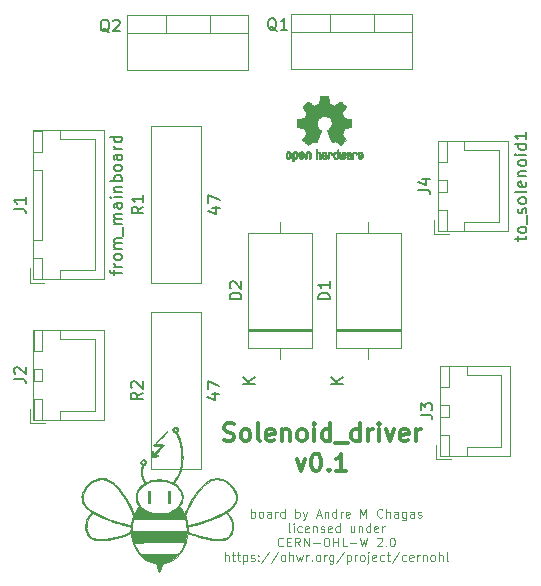
<source format=gbr>
%TF.GenerationSoftware,KiCad,Pcbnew,(5.1.10)-1*%
%TF.CreationDate,2022-05-05T15:35:37+01:00*%
%TF.ProjectId,solenoid_driver,736f6c65-6e6f-4696-945f-647269766572,rev?*%
%TF.SameCoordinates,Original*%
%TF.FileFunction,Legend,Top*%
%TF.FilePolarity,Positive*%
%FSLAX46Y46*%
G04 Gerber Fmt 4.6, Leading zero omitted, Abs format (unit mm)*
G04 Created by KiCad (PCBNEW (5.1.10)-1) date 2022-05-05 15:35:37*
%MOMM*%
%LPD*%
G01*
G04 APERTURE LIST*
%ADD10C,0.100000*%
%ADD11C,0.300000*%
%ADD12C,0.010000*%
%ADD13C,0.120000*%
%ADD14C,0.150000*%
G04 APERTURE END LIST*
D10*
X132503571Y-123215785D02*
X132503571Y-122465785D01*
X132503571Y-122751500D02*
X132575000Y-122715785D01*
X132717857Y-122715785D01*
X132789285Y-122751500D01*
X132825000Y-122787214D01*
X132860714Y-122858642D01*
X132860714Y-123072928D01*
X132825000Y-123144357D01*
X132789285Y-123180071D01*
X132717857Y-123215785D01*
X132575000Y-123215785D01*
X132503571Y-123180071D01*
X133289285Y-123215785D02*
X133217857Y-123180071D01*
X133182142Y-123144357D01*
X133146428Y-123072928D01*
X133146428Y-122858642D01*
X133182142Y-122787214D01*
X133217857Y-122751500D01*
X133289285Y-122715785D01*
X133396428Y-122715785D01*
X133467857Y-122751500D01*
X133503571Y-122787214D01*
X133539285Y-122858642D01*
X133539285Y-123072928D01*
X133503571Y-123144357D01*
X133467857Y-123180071D01*
X133396428Y-123215785D01*
X133289285Y-123215785D01*
X134182142Y-123215785D02*
X134182142Y-122822928D01*
X134146428Y-122751500D01*
X134075000Y-122715785D01*
X133932142Y-122715785D01*
X133860714Y-122751500D01*
X134182142Y-123180071D02*
X134110714Y-123215785D01*
X133932142Y-123215785D01*
X133860714Y-123180071D01*
X133825000Y-123108642D01*
X133825000Y-123037214D01*
X133860714Y-122965785D01*
X133932142Y-122930071D01*
X134110714Y-122930071D01*
X134182142Y-122894357D01*
X134539285Y-123215785D02*
X134539285Y-122715785D01*
X134539285Y-122858642D02*
X134575000Y-122787214D01*
X134610714Y-122751500D01*
X134682142Y-122715785D01*
X134753571Y-122715785D01*
X135325000Y-123215785D02*
X135325000Y-122465785D01*
X135325000Y-123180071D02*
X135253571Y-123215785D01*
X135110714Y-123215785D01*
X135039285Y-123180071D01*
X135003571Y-123144357D01*
X134967857Y-123072928D01*
X134967857Y-122858642D01*
X135003571Y-122787214D01*
X135039285Y-122751500D01*
X135110714Y-122715785D01*
X135253571Y-122715785D01*
X135325000Y-122751500D01*
X136253571Y-123215785D02*
X136253571Y-122465785D01*
X136253571Y-122751500D02*
X136325000Y-122715785D01*
X136467857Y-122715785D01*
X136539285Y-122751500D01*
X136575000Y-122787214D01*
X136610714Y-122858642D01*
X136610714Y-123072928D01*
X136575000Y-123144357D01*
X136539285Y-123180071D01*
X136467857Y-123215785D01*
X136325000Y-123215785D01*
X136253571Y-123180071D01*
X136860714Y-122715785D02*
X137039285Y-123215785D01*
X137217857Y-122715785D02*
X137039285Y-123215785D01*
X136967857Y-123394357D01*
X136932142Y-123430071D01*
X136860714Y-123465785D01*
X138039285Y-123001500D02*
X138396428Y-123001500D01*
X137967857Y-123215785D02*
X138217857Y-122465785D01*
X138467857Y-123215785D01*
X138717857Y-122715785D02*
X138717857Y-123215785D01*
X138717857Y-122787214D02*
X138753571Y-122751500D01*
X138825000Y-122715785D01*
X138932142Y-122715785D01*
X139003571Y-122751500D01*
X139039285Y-122822928D01*
X139039285Y-123215785D01*
X139717857Y-123215785D02*
X139717857Y-122465785D01*
X139717857Y-123180071D02*
X139646428Y-123215785D01*
X139503571Y-123215785D01*
X139432142Y-123180071D01*
X139396428Y-123144357D01*
X139360714Y-123072928D01*
X139360714Y-122858642D01*
X139396428Y-122787214D01*
X139432142Y-122751500D01*
X139503571Y-122715785D01*
X139646428Y-122715785D01*
X139717857Y-122751500D01*
X140075000Y-123215785D02*
X140075000Y-122715785D01*
X140075000Y-122858642D02*
X140110714Y-122787214D01*
X140146428Y-122751500D01*
X140217857Y-122715785D01*
X140289285Y-122715785D01*
X140825000Y-123180071D02*
X140753571Y-123215785D01*
X140610714Y-123215785D01*
X140539285Y-123180071D01*
X140503571Y-123108642D01*
X140503571Y-122822928D01*
X140539285Y-122751500D01*
X140610714Y-122715785D01*
X140753571Y-122715785D01*
X140825000Y-122751500D01*
X140860714Y-122822928D01*
X140860714Y-122894357D01*
X140503571Y-122965785D01*
X141753571Y-123215785D02*
X141753571Y-122465785D01*
X142003571Y-123001500D01*
X142253571Y-122465785D01*
X142253571Y-123215785D01*
X143610714Y-123144357D02*
X143575000Y-123180071D01*
X143467857Y-123215785D01*
X143396428Y-123215785D01*
X143289285Y-123180071D01*
X143217857Y-123108642D01*
X143182142Y-123037214D01*
X143146428Y-122894357D01*
X143146428Y-122787214D01*
X143182142Y-122644357D01*
X143217857Y-122572928D01*
X143289285Y-122501500D01*
X143396428Y-122465785D01*
X143467857Y-122465785D01*
X143575000Y-122501500D01*
X143610714Y-122537214D01*
X143932142Y-123215785D02*
X143932142Y-122465785D01*
X144253571Y-123215785D02*
X144253571Y-122822928D01*
X144217857Y-122751500D01*
X144146428Y-122715785D01*
X144039285Y-122715785D01*
X143967857Y-122751500D01*
X143932142Y-122787214D01*
X144932142Y-123215785D02*
X144932142Y-122822928D01*
X144896428Y-122751500D01*
X144825000Y-122715785D01*
X144682142Y-122715785D01*
X144610714Y-122751500D01*
X144932142Y-123180071D02*
X144860714Y-123215785D01*
X144682142Y-123215785D01*
X144610714Y-123180071D01*
X144575000Y-123108642D01*
X144575000Y-123037214D01*
X144610714Y-122965785D01*
X144682142Y-122930071D01*
X144860714Y-122930071D01*
X144932142Y-122894357D01*
X145610714Y-122715785D02*
X145610714Y-123322928D01*
X145575000Y-123394357D01*
X145539285Y-123430071D01*
X145467857Y-123465785D01*
X145360714Y-123465785D01*
X145289285Y-123430071D01*
X145610714Y-123180071D02*
X145539285Y-123215785D01*
X145396428Y-123215785D01*
X145325000Y-123180071D01*
X145289285Y-123144357D01*
X145253571Y-123072928D01*
X145253571Y-122858642D01*
X145289285Y-122787214D01*
X145325000Y-122751500D01*
X145396428Y-122715785D01*
X145539285Y-122715785D01*
X145610714Y-122751500D01*
X146289285Y-123215785D02*
X146289285Y-122822928D01*
X146253571Y-122751500D01*
X146182142Y-122715785D01*
X146039285Y-122715785D01*
X145967857Y-122751500D01*
X146289285Y-123180071D02*
X146217857Y-123215785D01*
X146039285Y-123215785D01*
X145967857Y-123180071D01*
X145932142Y-123108642D01*
X145932142Y-123037214D01*
X145967857Y-122965785D01*
X146039285Y-122930071D01*
X146217857Y-122930071D01*
X146289285Y-122894357D01*
X146610714Y-123180071D02*
X146682142Y-123215785D01*
X146825000Y-123215785D01*
X146896428Y-123180071D01*
X146932142Y-123108642D01*
X146932142Y-123072928D01*
X146896428Y-123001500D01*
X146825000Y-122965785D01*
X146717857Y-122965785D01*
X146646428Y-122930071D01*
X146610714Y-122858642D01*
X146610714Y-122822928D01*
X146646428Y-122751500D01*
X146717857Y-122715785D01*
X146825000Y-122715785D01*
X146896428Y-122751500D01*
X135807142Y-124440785D02*
X135735714Y-124405071D01*
X135700000Y-124333642D01*
X135700000Y-123690785D01*
X136092857Y-124440785D02*
X136092857Y-123940785D01*
X136092857Y-123690785D02*
X136057142Y-123726500D01*
X136092857Y-123762214D01*
X136128571Y-123726500D01*
X136092857Y-123690785D01*
X136092857Y-123762214D01*
X136771428Y-124405071D02*
X136700000Y-124440785D01*
X136557142Y-124440785D01*
X136485714Y-124405071D01*
X136450000Y-124369357D01*
X136414285Y-124297928D01*
X136414285Y-124083642D01*
X136450000Y-124012214D01*
X136485714Y-123976500D01*
X136557142Y-123940785D01*
X136700000Y-123940785D01*
X136771428Y-123976500D01*
X137378571Y-124405071D02*
X137307142Y-124440785D01*
X137164285Y-124440785D01*
X137092857Y-124405071D01*
X137057142Y-124333642D01*
X137057142Y-124047928D01*
X137092857Y-123976500D01*
X137164285Y-123940785D01*
X137307142Y-123940785D01*
X137378571Y-123976500D01*
X137414285Y-124047928D01*
X137414285Y-124119357D01*
X137057142Y-124190785D01*
X137735714Y-123940785D02*
X137735714Y-124440785D01*
X137735714Y-124012214D02*
X137771428Y-123976500D01*
X137842857Y-123940785D01*
X137950000Y-123940785D01*
X138021428Y-123976500D01*
X138057142Y-124047928D01*
X138057142Y-124440785D01*
X138378571Y-124405071D02*
X138450000Y-124440785D01*
X138592857Y-124440785D01*
X138664285Y-124405071D01*
X138700000Y-124333642D01*
X138700000Y-124297928D01*
X138664285Y-124226500D01*
X138592857Y-124190785D01*
X138485714Y-124190785D01*
X138414285Y-124155071D01*
X138378571Y-124083642D01*
X138378571Y-124047928D01*
X138414285Y-123976500D01*
X138485714Y-123940785D01*
X138592857Y-123940785D01*
X138664285Y-123976500D01*
X139307142Y-124405071D02*
X139235714Y-124440785D01*
X139092857Y-124440785D01*
X139021428Y-124405071D01*
X138985714Y-124333642D01*
X138985714Y-124047928D01*
X139021428Y-123976500D01*
X139092857Y-123940785D01*
X139235714Y-123940785D01*
X139307142Y-123976500D01*
X139342857Y-124047928D01*
X139342857Y-124119357D01*
X138985714Y-124190785D01*
X139985714Y-124440785D02*
X139985714Y-123690785D01*
X139985714Y-124405071D02*
X139914285Y-124440785D01*
X139771428Y-124440785D01*
X139700000Y-124405071D01*
X139664285Y-124369357D01*
X139628571Y-124297928D01*
X139628571Y-124083642D01*
X139664285Y-124012214D01*
X139700000Y-123976500D01*
X139771428Y-123940785D01*
X139914285Y-123940785D01*
X139985714Y-123976500D01*
X141235714Y-123940785D02*
X141235714Y-124440785D01*
X140914285Y-123940785D02*
X140914285Y-124333642D01*
X140950000Y-124405071D01*
X141021428Y-124440785D01*
X141128571Y-124440785D01*
X141200000Y-124405071D01*
X141235714Y-124369357D01*
X141592857Y-123940785D02*
X141592857Y-124440785D01*
X141592857Y-124012214D02*
X141628571Y-123976500D01*
X141700000Y-123940785D01*
X141807142Y-123940785D01*
X141878571Y-123976500D01*
X141914285Y-124047928D01*
X141914285Y-124440785D01*
X142592857Y-124440785D02*
X142592857Y-123690785D01*
X142592857Y-124405071D02*
X142521428Y-124440785D01*
X142378571Y-124440785D01*
X142307142Y-124405071D01*
X142271428Y-124369357D01*
X142235714Y-124297928D01*
X142235714Y-124083642D01*
X142271428Y-124012214D01*
X142307142Y-123976500D01*
X142378571Y-123940785D01*
X142521428Y-123940785D01*
X142592857Y-123976500D01*
X143235714Y-124405071D02*
X143164285Y-124440785D01*
X143021428Y-124440785D01*
X142950000Y-124405071D01*
X142914285Y-124333642D01*
X142914285Y-124047928D01*
X142950000Y-123976500D01*
X143021428Y-123940785D01*
X143164285Y-123940785D01*
X143235714Y-123976500D01*
X143271428Y-124047928D01*
X143271428Y-124119357D01*
X142914285Y-124190785D01*
X143592857Y-124440785D02*
X143592857Y-123940785D01*
X143592857Y-124083642D02*
X143628571Y-124012214D01*
X143664285Y-123976500D01*
X143735714Y-123940785D01*
X143807142Y-123940785D01*
X135200000Y-125594357D02*
X135164285Y-125630071D01*
X135057142Y-125665785D01*
X134985714Y-125665785D01*
X134878571Y-125630071D01*
X134807142Y-125558642D01*
X134771428Y-125487214D01*
X134735714Y-125344357D01*
X134735714Y-125237214D01*
X134771428Y-125094357D01*
X134807142Y-125022928D01*
X134878571Y-124951500D01*
X134985714Y-124915785D01*
X135057142Y-124915785D01*
X135164285Y-124951500D01*
X135200000Y-124987214D01*
X135521428Y-125272928D02*
X135771428Y-125272928D01*
X135878571Y-125665785D02*
X135521428Y-125665785D01*
X135521428Y-124915785D01*
X135878571Y-124915785D01*
X136628571Y-125665785D02*
X136378571Y-125308642D01*
X136200000Y-125665785D02*
X136200000Y-124915785D01*
X136485714Y-124915785D01*
X136557142Y-124951500D01*
X136592857Y-124987214D01*
X136628571Y-125058642D01*
X136628571Y-125165785D01*
X136592857Y-125237214D01*
X136557142Y-125272928D01*
X136485714Y-125308642D01*
X136200000Y-125308642D01*
X136950000Y-125665785D02*
X136950000Y-124915785D01*
X137378571Y-125665785D01*
X137378571Y-124915785D01*
X137735714Y-125380071D02*
X138307142Y-125380071D01*
X138807142Y-124915785D02*
X138950000Y-124915785D01*
X139021428Y-124951500D01*
X139092857Y-125022928D01*
X139128571Y-125165785D01*
X139128571Y-125415785D01*
X139092857Y-125558642D01*
X139021428Y-125630071D01*
X138950000Y-125665785D01*
X138807142Y-125665785D01*
X138735714Y-125630071D01*
X138664285Y-125558642D01*
X138628571Y-125415785D01*
X138628571Y-125165785D01*
X138664285Y-125022928D01*
X138735714Y-124951500D01*
X138807142Y-124915785D01*
X139450000Y-125665785D02*
X139450000Y-124915785D01*
X139450000Y-125272928D02*
X139878571Y-125272928D01*
X139878571Y-125665785D02*
X139878571Y-124915785D01*
X140592857Y-125665785D02*
X140235714Y-125665785D01*
X140235714Y-124915785D01*
X140842857Y-125380071D02*
X141414285Y-125380071D01*
X141700000Y-124915785D02*
X141878571Y-125665785D01*
X142021428Y-125130071D01*
X142164285Y-125665785D01*
X142342857Y-124915785D01*
X143164285Y-124987214D02*
X143200000Y-124951500D01*
X143271428Y-124915785D01*
X143450000Y-124915785D01*
X143521428Y-124951500D01*
X143557142Y-124987214D01*
X143592857Y-125058642D01*
X143592857Y-125130071D01*
X143557142Y-125237214D01*
X143128571Y-125665785D01*
X143592857Y-125665785D01*
X143914285Y-125594357D02*
X143950000Y-125630071D01*
X143914285Y-125665785D01*
X143878571Y-125630071D01*
X143914285Y-125594357D01*
X143914285Y-125665785D01*
X144414285Y-124915785D02*
X144485714Y-124915785D01*
X144557142Y-124951500D01*
X144592857Y-124987214D01*
X144628571Y-125058642D01*
X144664285Y-125201500D01*
X144664285Y-125380071D01*
X144628571Y-125522928D01*
X144592857Y-125594357D01*
X144557142Y-125630071D01*
X144485714Y-125665785D01*
X144414285Y-125665785D01*
X144342857Y-125630071D01*
X144307142Y-125594357D01*
X144271428Y-125522928D01*
X144235714Y-125380071D01*
X144235714Y-125201500D01*
X144271428Y-125058642D01*
X144307142Y-124987214D01*
X144342857Y-124951500D01*
X144414285Y-124915785D01*
X130289285Y-126890785D02*
X130289285Y-126140785D01*
X130610714Y-126890785D02*
X130610714Y-126497928D01*
X130575000Y-126426500D01*
X130503571Y-126390785D01*
X130396428Y-126390785D01*
X130325000Y-126426500D01*
X130289285Y-126462214D01*
X130860714Y-126390785D02*
X131146428Y-126390785D01*
X130967857Y-126140785D02*
X130967857Y-126783642D01*
X131003571Y-126855071D01*
X131075000Y-126890785D01*
X131146428Y-126890785D01*
X131289285Y-126390785D02*
X131575000Y-126390785D01*
X131396428Y-126140785D02*
X131396428Y-126783642D01*
X131432142Y-126855071D01*
X131503571Y-126890785D01*
X131575000Y-126890785D01*
X131825000Y-126390785D02*
X131825000Y-127140785D01*
X131825000Y-126426500D02*
X131896428Y-126390785D01*
X132039285Y-126390785D01*
X132110714Y-126426500D01*
X132146428Y-126462214D01*
X132182142Y-126533642D01*
X132182142Y-126747928D01*
X132146428Y-126819357D01*
X132110714Y-126855071D01*
X132039285Y-126890785D01*
X131896428Y-126890785D01*
X131825000Y-126855071D01*
X132467857Y-126855071D02*
X132539285Y-126890785D01*
X132682142Y-126890785D01*
X132753571Y-126855071D01*
X132789285Y-126783642D01*
X132789285Y-126747928D01*
X132753571Y-126676500D01*
X132682142Y-126640785D01*
X132575000Y-126640785D01*
X132503571Y-126605071D01*
X132467857Y-126533642D01*
X132467857Y-126497928D01*
X132503571Y-126426500D01*
X132575000Y-126390785D01*
X132682142Y-126390785D01*
X132753571Y-126426500D01*
X133110714Y-126819357D02*
X133146428Y-126855071D01*
X133110714Y-126890785D01*
X133075000Y-126855071D01*
X133110714Y-126819357D01*
X133110714Y-126890785D01*
X133110714Y-126426500D02*
X133146428Y-126462214D01*
X133110714Y-126497928D01*
X133075000Y-126462214D01*
X133110714Y-126426500D01*
X133110714Y-126497928D01*
X134003571Y-126105071D02*
X133360714Y-127069357D01*
X134789285Y-126105071D02*
X134146428Y-127069357D01*
X135146428Y-126890785D02*
X135075000Y-126855071D01*
X135039285Y-126819357D01*
X135003571Y-126747928D01*
X135003571Y-126533642D01*
X135039285Y-126462214D01*
X135075000Y-126426500D01*
X135146428Y-126390785D01*
X135253571Y-126390785D01*
X135325000Y-126426500D01*
X135360714Y-126462214D01*
X135396428Y-126533642D01*
X135396428Y-126747928D01*
X135360714Y-126819357D01*
X135325000Y-126855071D01*
X135253571Y-126890785D01*
X135146428Y-126890785D01*
X135717857Y-126890785D02*
X135717857Y-126140785D01*
X136039285Y-126890785D02*
X136039285Y-126497928D01*
X136003571Y-126426500D01*
X135932142Y-126390785D01*
X135825000Y-126390785D01*
X135753571Y-126426500D01*
X135717857Y-126462214D01*
X136325000Y-126390785D02*
X136467857Y-126890785D01*
X136610714Y-126533642D01*
X136753571Y-126890785D01*
X136896428Y-126390785D01*
X137182142Y-126890785D02*
X137182142Y-126390785D01*
X137182142Y-126533642D02*
X137217857Y-126462214D01*
X137253571Y-126426500D01*
X137325000Y-126390785D01*
X137396428Y-126390785D01*
X137646428Y-126819357D02*
X137682142Y-126855071D01*
X137646428Y-126890785D01*
X137610714Y-126855071D01*
X137646428Y-126819357D01*
X137646428Y-126890785D01*
X138110714Y-126890785D02*
X138039285Y-126855071D01*
X138003571Y-126819357D01*
X137967857Y-126747928D01*
X137967857Y-126533642D01*
X138003571Y-126462214D01*
X138039285Y-126426500D01*
X138110714Y-126390785D01*
X138217857Y-126390785D01*
X138289285Y-126426500D01*
X138325000Y-126462214D01*
X138360714Y-126533642D01*
X138360714Y-126747928D01*
X138325000Y-126819357D01*
X138289285Y-126855071D01*
X138217857Y-126890785D01*
X138110714Y-126890785D01*
X138682142Y-126890785D02*
X138682142Y-126390785D01*
X138682142Y-126533642D02*
X138717857Y-126462214D01*
X138753571Y-126426500D01*
X138825000Y-126390785D01*
X138896428Y-126390785D01*
X139467857Y-126390785D02*
X139467857Y-126997928D01*
X139432142Y-127069357D01*
X139396428Y-127105071D01*
X139325000Y-127140785D01*
X139217857Y-127140785D01*
X139146428Y-127105071D01*
X139467857Y-126855071D02*
X139396428Y-126890785D01*
X139253571Y-126890785D01*
X139182142Y-126855071D01*
X139146428Y-126819357D01*
X139110714Y-126747928D01*
X139110714Y-126533642D01*
X139146428Y-126462214D01*
X139182142Y-126426500D01*
X139253571Y-126390785D01*
X139396428Y-126390785D01*
X139467857Y-126426500D01*
X140360714Y-126105071D02*
X139717857Y-127069357D01*
X140610714Y-126390785D02*
X140610714Y-127140785D01*
X140610714Y-126426500D02*
X140682142Y-126390785D01*
X140825000Y-126390785D01*
X140896428Y-126426500D01*
X140932142Y-126462214D01*
X140967857Y-126533642D01*
X140967857Y-126747928D01*
X140932142Y-126819357D01*
X140896428Y-126855071D01*
X140825000Y-126890785D01*
X140682142Y-126890785D01*
X140610714Y-126855071D01*
X141289285Y-126890785D02*
X141289285Y-126390785D01*
X141289285Y-126533642D02*
X141325000Y-126462214D01*
X141360714Y-126426500D01*
X141432142Y-126390785D01*
X141503571Y-126390785D01*
X141860714Y-126890785D02*
X141789285Y-126855071D01*
X141753571Y-126819357D01*
X141717857Y-126747928D01*
X141717857Y-126533642D01*
X141753571Y-126462214D01*
X141789285Y-126426500D01*
X141860714Y-126390785D01*
X141967857Y-126390785D01*
X142039285Y-126426500D01*
X142075000Y-126462214D01*
X142110714Y-126533642D01*
X142110714Y-126747928D01*
X142075000Y-126819357D01*
X142039285Y-126855071D01*
X141967857Y-126890785D01*
X141860714Y-126890785D01*
X142432142Y-126390785D02*
X142432142Y-127033642D01*
X142396428Y-127105071D01*
X142325000Y-127140785D01*
X142289285Y-127140785D01*
X142432142Y-126140785D02*
X142396428Y-126176500D01*
X142432142Y-126212214D01*
X142467857Y-126176500D01*
X142432142Y-126140785D01*
X142432142Y-126212214D01*
X143075000Y-126855071D02*
X143003571Y-126890785D01*
X142860714Y-126890785D01*
X142789285Y-126855071D01*
X142753571Y-126783642D01*
X142753571Y-126497928D01*
X142789285Y-126426500D01*
X142860714Y-126390785D01*
X143003571Y-126390785D01*
X143075000Y-126426500D01*
X143110714Y-126497928D01*
X143110714Y-126569357D01*
X142753571Y-126640785D01*
X143753571Y-126855071D02*
X143682142Y-126890785D01*
X143539285Y-126890785D01*
X143467857Y-126855071D01*
X143432142Y-126819357D01*
X143396428Y-126747928D01*
X143396428Y-126533642D01*
X143432142Y-126462214D01*
X143467857Y-126426500D01*
X143539285Y-126390785D01*
X143682142Y-126390785D01*
X143753571Y-126426500D01*
X143967857Y-126390785D02*
X144253571Y-126390785D01*
X144075000Y-126140785D02*
X144075000Y-126783642D01*
X144110714Y-126855071D01*
X144182142Y-126890785D01*
X144253571Y-126890785D01*
X145039285Y-126105071D02*
X144396428Y-127069357D01*
X145610714Y-126855071D02*
X145539285Y-126890785D01*
X145396428Y-126890785D01*
X145325000Y-126855071D01*
X145289285Y-126819357D01*
X145253571Y-126747928D01*
X145253571Y-126533642D01*
X145289285Y-126462214D01*
X145325000Y-126426500D01*
X145396428Y-126390785D01*
X145539285Y-126390785D01*
X145610714Y-126426500D01*
X146217857Y-126855071D02*
X146146428Y-126890785D01*
X146003571Y-126890785D01*
X145932142Y-126855071D01*
X145896428Y-126783642D01*
X145896428Y-126497928D01*
X145932142Y-126426500D01*
X146003571Y-126390785D01*
X146146428Y-126390785D01*
X146217857Y-126426500D01*
X146253571Y-126497928D01*
X146253571Y-126569357D01*
X145896428Y-126640785D01*
X146575000Y-126890785D02*
X146575000Y-126390785D01*
X146575000Y-126533642D02*
X146610714Y-126462214D01*
X146646428Y-126426500D01*
X146717857Y-126390785D01*
X146789285Y-126390785D01*
X147039285Y-126390785D02*
X147039285Y-126890785D01*
X147039285Y-126462214D02*
X147075000Y-126426500D01*
X147146428Y-126390785D01*
X147253571Y-126390785D01*
X147325000Y-126426500D01*
X147360714Y-126497928D01*
X147360714Y-126890785D01*
X147825000Y-126890785D02*
X147753571Y-126855071D01*
X147717857Y-126819357D01*
X147682142Y-126747928D01*
X147682142Y-126533642D01*
X147717857Y-126462214D01*
X147753571Y-126426500D01*
X147825000Y-126390785D01*
X147932142Y-126390785D01*
X148003571Y-126426500D01*
X148039285Y-126462214D01*
X148075000Y-126533642D01*
X148075000Y-126747928D01*
X148039285Y-126819357D01*
X148003571Y-126855071D01*
X147932142Y-126890785D01*
X147825000Y-126890785D01*
X148396428Y-126890785D02*
X148396428Y-126140785D01*
X148717857Y-126890785D02*
X148717857Y-126497928D01*
X148682142Y-126426500D01*
X148610714Y-126390785D01*
X148503571Y-126390785D01*
X148432142Y-126426500D01*
X148396428Y-126462214D01*
X149182142Y-126890785D02*
X149110714Y-126855071D01*
X149075000Y-126783642D01*
X149075000Y-126140785D01*
D11*
X130207785Y-116680142D02*
X130422071Y-116751571D01*
X130779214Y-116751571D01*
X130922071Y-116680142D01*
X130993500Y-116608714D01*
X131064928Y-116465857D01*
X131064928Y-116323000D01*
X130993500Y-116180142D01*
X130922071Y-116108714D01*
X130779214Y-116037285D01*
X130493500Y-115965857D01*
X130350642Y-115894428D01*
X130279214Y-115823000D01*
X130207785Y-115680142D01*
X130207785Y-115537285D01*
X130279214Y-115394428D01*
X130350642Y-115323000D01*
X130493500Y-115251571D01*
X130850642Y-115251571D01*
X131064928Y-115323000D01*
X131922071Y-116751571D02*
X131779214Y-116680142D01*
X131707785Y-116608714D01*
X131636357Y-116465857D01*
X131636357Y-116037285D01*
X131707785Y-115894428D01*
X131779214Y-115823000D01*
X131922071Y-115751571D01*
X132136357Y-115751571D01*
X132279214Y-115823000D01*
X132350642Y-115894428D01*
X132422071Y-116037285D01*
X132422071Y-116465857D01*
X132350642Y-116608714D01*
X132279214Y-116680142D01*
X132136357Y-116751571D01*
X131922071Y-116751571D01*
X133279214Y-116751571D02*
X133136357Y-116680142D01*
X133064928Y-116537285D01*
X133064928Y-115251571D01*
X134422071Y-116680142D02*
X134279214Y-116751571D01*
X133993500Y-116751571D01*
X133850642Y-116680142D01*
X133779214Y-116537285D01*
X133779214Y-115965857D01*
X133850642Y-115823000D01*
X133993500Y-115751571D01*
X134279214Y-115751571D01*
X134422071Y-115823000D01*
X134493500Y-115965857D01*
X134493500Y-116108714D01*
X133779214Y-116251571D01*
X135136357Y-115751571D02*
X135136357Y-116751571D01*
X135136357Y-115894428D02*
X135207785Y-115823000D01*
X135350642Y-115751571D01*
X135564928Y-115751571D01*
X135707785Y-115823000D01*
X135779214Y-115965857D01*
X135779214Y-116751571D01*
X136707785Y-116751571D02*
X136564928Y-116680142D01*
X136493500Y-116608714D01*
X136422071Y-116465857D01*
X136422071Y-116037285D01*
X136493500Y-115894428D01*
X136564928Y-115823000D01*
X136707785Y-115751571D01*
X136922071Y-115751571D01*
X137064928Y-115823000D01*
X137136357Y-115894428D01*
X137207785Y-116037285D01*
X137207785Y-116465857D01*
X137136357Y-116608714D01*
X137064928Y-116680142D01*
X136922071Y-116751571D01*
X136707785Y-116751571D01*
X137850642Y-116751571D02*
X137850642Y-115751571D01*
X137850642Y-115251571D02*
X137779214Y-115323000D01*
X137850642Y-115394428D01*
X137922071Y-115323000D01*
X137850642Y-115251571D01*
X137850642Y-115394428D01*
X139207785Y-116751571D02*
X139207785Y-115251571D01*
X139207785Y-116680142D02*
X139064928Y-116751571D01*
X138779214Y-116751571D01*
X138636357Y-116680142D01*
X138564928Y-116608714D01*
X138493500Y-116465857D01*
X138493500Y-116037285D01*
X138564928Y-115894428D01*
X138636357Y-115823000D01*
X138779214Y-115751571D01*
X139064928Y-115751571D01*
X139207785Y-115823000D01*
X139564928Y-116894428D02*
X140707785Y-116894428D01*
X141707785Y-116751571D02*
X141707785Y-115251571D01*
X141707785Y-116680142D02*
X141564928Y-116751571D01*
X141279214Y-116751571D01*
X141136357Y-116680142D01*
X141064928Y-116608714D01*
X140993500Y-116465857D01*
X140993500Y-116037285D01*
X141064928Y-115894428D01*
X141136357Y-115823000D01*
X141279214Y-115751571D01*
X141564928Y-115751571D01*
X141707785Y-115823000D01*
X142422071Y-116751571D02*
X142422071Y-115751571D01*
X142422071Y-116037285D02*
X142493500Y-115894428D01*
X142564928Y-115823000D01*
X142707785Y-115751571D01*
X142850642Y-115751571D01*
X143350642Y-116751571D02*
X143350642Y-115751571D01*
X143350642Y-115251571D02*
X143279214Y-115323000D01*
X143350642Y-115394428D01*
X143422071Y-115323000D01*
X143350642Y-115251571D01*
X143350642Y-115394428D01*
X143922071Y-115751571D02*
X144279214Y-116751571D01*
X144636357Y-115751571D01*
X145779214Y-116680142D02*
X145636357Y-116751571D01*
X145350642Y-116751571D01*
X145207785Y-116680142D01*
X145136357Y-116537285D01*
X145136357Y-115965857D01*
X145207785Y-115823000D01*
X145350642Y-115751571D01*
X145636357Y-115751571D01*
X145779214Y-115823000D01*
X145850642Y-115965857D01*
X145850642Y-116108714D01*
X145136357Y-116251571D01*
X146493500Y-116751571D02*
X146493500Y-115751571D01*
X146493500Y-116037285D02*
X146564928Y-115894428D01*
X146636357Y-115823000D01*
X146779214Y-115751571D01*
X146922071Y-115751571D01*
X136350642Y-118301571D02*
X136707785Y-119301571D01*
X137064928Y-118301571D01*
X137922071Y-117801571D02*
X138064928Y-117801571D01*
X138207785Y-117873000D01*
X138279214Y-117944428D01*
X138350642Y-118087285D01*
X138422071Y-118373000D01*
X138422071Y-118730142D01*
X138350642Y-119015857D01*
X138279214Y-119158714D01*
X138207785Y-119230142D01*
X138064928Y-119301571D01*
X137922071Y-119301571D01*
X137779214Y-119230142D01*
X137707785Y-119158714D01*
X137636357Y-119015857D01*
X137564928Y-118730142D01*
X137564928Y-118373000D01*
X137636357Y-118087285D01*
X137707785Y-117944428D01*
X137779214Y-117873000D01*
X137922071Y-117801571D01*
X139064928Y-119158714D02*
X139136357Y-119230142D01*
X139064928Y-119301571D01*
X138993500Y-119230142D01*
X139064928Y-119158714D01*
X139064928Y-119301571D01*
X140564928Y-119301571D02*
X139707785Y-119301571D01*
X140136357Y-119301571D02*
X140136357Y-117801571D01*
X139993500Y-118015857D01*
X139850642Y-118158714D01*
X139707785Y-118230142D01*
D12*
%TO.C,REF\u002A\u002A*%
G36*
X138787910Y-87539348D02*
G01*
X138866454Y-87539778D01*
X138923298Y-87540942D01*
X138962105Y-87543207D01*
X138986538Y-87546940D01*
X139000262Y-87552506D01*
X139006940Y-87560273D01*
X139010236Y-87570605D01*
X139010556Y-87571943D01*
X139015562Y-87596079D01*
X139024829Y-87643701D01*
X139037392Y-87709741D01*
X139052287Y-87789128D01*
X139068551Y-87876796D01*
X139069119Y-87879875D01*
X139085410Y-87965789D01*
X139100652Y-88041696D01*
X139113861Y-88103045D01*
X139124054Y-88145282D01*
X139130248Y-88163855D01*
X139130543Y-88164184D01*
X139148788Y-88173253D01*
X139186405Y-88188367D01*
X139235271Y-88206262D01*
X139235543Y-88206358D01*
X139297093Y-88229493D01*
X139369657Y-88258965D01*
X139438057Y-88288597D01*
X139441294Y-88290062D01*
X139552702Y-88340626D01*
X139799399Y-88172160D01*
X139875077Y-88120803D01*
X139943631Y-88074889D01*
X140001088Y-88037030D01*
X140043476Y-88009837D01*
X140066825Y-87995921D01*
X140069042Y-87994889D01*
X140086010Y-87999484D01*
X140117701Y-88021655D01*
X140165352Y-88062447D01*
X140230198Y-88122905D01*
X140296397Y-88187227D01*
X140360214Y-88250612D01*
X140417329Y-88308451D01*
X140464305Y-88357175D01*
X140497703Y-88393210D01*
X140514085Y-88412984D01*
X140514694Y-88414002D01*
X140516505Y-88427572D01*
X140509683Y-88449733D01*
X140492540Y-88483478D01*
X140463393Y-88531800D01*
X140420555Y-88597692D01*
X140363448Y-88682517D01*
X140312766Y-88757177D01*
X140267461Y-88824140D01*
X140230150Y-88879516D01*
X140203452Y-88919420D01*
X140189985Y-88939962D01*
X140189137Y-88941356D01*
X140190781Y-88961038D01*
X140203245Y-88999293D01*
X140224048Y-89048889D01*
X140231462Y-89064728D01*
X140263814Y-89135290D01*
X140298328Y-89215353D01*
X140326365Y-89284629D01*
X140346568Y-89336045D01*
X140362615Y-89375119D01*
X140371888Y-89395541D01*
X140373041Y-89397114D01*
X140390096Y-89399721D01*
X140430298Y-89406863D01*
X140488302Y-89417523D01*
X140558763Y-89430685D01*
X140636335Y-89445333D01*
X140715672Y-89460449D01*
X140791431Y-89475018D01*
X140858264Y-89488022D01*
X140910828Y-89498445D01*
X140943776Y-89505270D01*
X140951857Y-89507199D01*
X140960205Y-89511962D01*
X140966506Y-89522718D01*
X140971045Y-89543098D01*
X140974104Y-89576734D01*
X140975967Y-89627255D01*
X140976918Y-89698292D01*
X140977240Y-89793476D01*
X140977257Y-89832492D01*
X140977257Y-90149799D01*
X140901057Y-90164839D01*
X140858663Y-90172995D01*
X140795400Y-90184899D01*
X140718962Y-90199116D01*
X140637043Y-90214210D01*
X140614400Y-90218355D01*
X140538806Y-90233053D01*
X140472953Y-90247505D01*
X140422366Y-90260375D01*
X140392574Y-90270322D01*
X140387612Y-90273287D01*
X140375426Y-90294283D01*
X140357953Y-90334967D01*
X140338577Y-90387322D01*
X140334734Y-90398600D01*
X140309339Y-90468523D01*
X140277817Y-90547418D01*
X140246969Y-90618266D01*
X140246817Y-90618595D01*
X140195447Y-90729733D01*
X140364399Y-90978253D01*
X140533352Y-91226772D01*
X140316429Y-91444058D01*
X140250819Y-91508726D01*
X140190979Y-91565733D01*
X140140267Y-91612033D01*
X140102046Y-91644584D01*
X140079675Y-91660343D01*
X140076466Y-91661343D01*
X140057626Y-91653469D01*
X140019180Y-91631578D01*
X139965330Y-91598267D01*
X139900276Y-91556131D01*
X139829940Y-91508943D01*
X139758555Y-91460810D01*
X139694908Y-91418928D01*
X139643041Y-91385871D01*
X139606995Y-91364218D01*
X139590867Y-91356543D01*
X139571189Y-91363037D01*
X139533875Y-91380150D01*
X139486621Y-91404326D01*
X139481612Y-91407013D01*
X139417977Y-91438927D01*
X139374341Y-91454579D01*
X139347202Y-91454745D01*
X139333057Y-91440204D01*
X139332975Y-91440000D01*
X139325905Y-91422779D01*
X139309042Y-91381899D01*
X139283695Y-91320525D01*
X139251171Y-91241819D01*
X139212778Y-91148947D01*
X139169822Y-91045072D01*
X139128222Y-90944502D01*
X139082504Y-90833516D01*
X139040526Y-90730703D01*
X139003548Y-90639215D01*
X138972827Y-90562201D01*
X138949622Y-90502815D01*
X138935190Y-90464209D01*
X138930743Y-90449800D01*
X138941896Y-90433272D01*
X138971069Y-90406930D01*
X139009971Y-90377887D01*
X139120757Y-90286039D01*
X139207351Y-90180759D01*
X139268716Y-90064266D01*
X139303815Y-89938776D01*
X139311608Y-89806507D01*
X139305943Y-89745457D01*
X139275078Y-89618795D01*
X139221920Y-89506941D01*
X139149767Y-89411001D01*
X139061917Y-89332076D01*
X138961665Y-89271270D01*
X138852310Y-89229687D01*
X138737147Y-89208428D01*
X138619475Y-89208599D01*
X138502590Y-89231301D01*
X138389789Y-89277638D01*
X138284369Y-89348713D01*
X138240368Y-89388911D01*
X138155979Y-89492129D01*
X138097222Y-89604925D01*
X138063704Y-89724010D01*
X138055035Y-89846095D01*
X138070823Y-89967893D01*
X138110678Y-90086116D01*
X138174207Y-90197475D01*
X138261021Y-90298684D01*
X138358029Y-90377887D01*
X138398437Y-90408162D01*
X138426982Y-90434219D01*
X138437257Y-90449825D01*
X138431877Y-90466843D01*
X138416575Y-90507500D01*
X138392612Y-90568642D01*
X138361244Y-90647119D01*
X138323732Y-90739780D01*
X138281333Y-90843472D01*
X138239663Y-90944526D01*
X138193690Y-91055607D01*
X138151107Y-91158541D01*
X138113221Y-91250165D01*
X138081340Y-91327316D01*
X138056771Y-91386831D01*
X138040820Y-91425544D01*
X138034910Y-91440000D01*
X138020948Y-91454685D01*
X137993940Y-91454642D01*
X137950413Y-91439099D01*
X137886890Y-91407284D01*
X137886388Y-91407013D01*
X137838560Y-91382323D01*
X137799897Y-91364338D01*
X137778095Y-91356614D01*
X137777133Y-91356543D01*
X137760721Y-91364378D01*
X137724487Y-91386165D01*
X137672474Y-91419328D01*
X137608725Y-91461291D01*
X137538060Y-91508943D01*
X137466116Y-91557191D01*
X137401274Y-91599151D01*
X137347735Y-91632227D01*
X137309697Y-91653821D01*
X137291533Y-91661343D01*
X137274808Y-91651457D01*
X137241180Y-91623826D01*
X137194010Y-91581495D01*
X137136658Y-91527505D01*
X137072484Y-91464899D01*
X137051497Y-91443983D01*
X136834499Y-91226623D01*
X136999668Y-90984220D01*
X137049864Y-90909781D01*
X137093919Y-90842972D01*
X137129362Y-90787665D01*
X137153719Y-90747729D01*
X137164522Y-90727036D01*
X137164838Y-90725563D01*
X137159143Y-90706058D01*
X137143826Y-90666822D01*
X137121537Y-90614430D01*
X137105893Y-90579355D01*
X137076641Y-90512201D01*
X137049094Y-90444358D01*
X137027737Y-90387034D01*
X137021935Y-90369572D01*
X137005452Y-90322938D01*
X136989340Y-90286905D01*
X136980490Y-90273287D01*
X136960960Y-90264952D01*
X136918334Y-90253137D01*
X136858145Y-90239181D01*
X136785922Y-90224422D01*
X136753600Y-90218355D01*
X136671522Y-90203273D01*
X136592795Y-90188669D01*
X136525109Y-90175980D01*
X136476160Y-90166642D01*
X136466943Y-90164839D01*
X136390743Y-90149799D01*
X136390743Y-89832492D01*
X136390914Y-89728154D01*
X136391616Y-89649213D01*
X136393134Y-89592038D01*
X136395749Y-89552999D01*
X136399746Y-89528465D01*
X136405409Y-89514805D01*
X136413020Y-89508389D01*
X136416143Y-89507199D01*
X136434978Y-89502980D01*
X136476588Y-89494562D01*
X136535630Y-89482961D01*
X136606757Y-89469195D01*
X136684625Y-89454280D01*
X136763887Y-89439232D01*
X136839198Y-89425069D01*
X136905213Y-89412806D01*
X136956587Y-89403461D01*
X136987975Y-89398050D01*
X136994959Y-89397114D01*
X137001285Y-89384596D01*
X137015290Y-89351246D01*
X137034355Y-89303377D01*
X137041634Y-89284629D01*
X137070996Y-89212195D01*
X137105571Y-89132170D01*
X137136537Y-89064728D01*
X137159323Y-89013159D01*
X137174482Y-88970785D01*
X137179542Y-88944834D01*
X137178736Y-88941356D01*
X137168041Y-88924936D01*
X137143620Y-88888417D01*
X137108095Y-88835687D01*
X137064087Y-88770635D01*
X137014217Y-88697151D01*
X137004356Y-88682645D01*
X136946492Y-88596704D01*
X136903956Y-88531261D01*
X136875054Y-88483304D01*
X136858090Y-88449820D01*
X136851367Y-88427795D01*
X136853190Y-88414217D01*
X136853236Y-88414131D01*
X136867586Y-88396297D01*
X136899323Y-88361817D01*
X136945010Y-88314268D01*
X137001204Y-88257222D01*
X137064468Y-88194255D01*
X137071602Y-88187227D01*
X137151330Y-88110020D01*
X137212857Y-88053330D01*
X137257421Y-88016110D01*
X137286257Y-87997315D01*
X137298958Y-87994889D01*
X137317494Y-88005471D01*
X137355961Y-88029916D01*
X137410386Y-88065612D01*
X137476798Y-88109947D01*
X137551225Y-88160311D01*
X137568601Y-88172160D01*
X137815297Y-88340626D01*
X137926706Y-88290062D01*
X137994457Y-88260595D01*
X138067183Y-88230959D01*
X138129703Y-88207330D01*
X138132457Y-88206358D01*
X138181360Y-88188457D01*
X138219057Y-88173320D01*
X138237425Y-88164210D01*
X138237456Y-88164184D01*
X138243285Y-88147717D01*
X138253192Y-88107219D01*
X138266195Y-88047242D01*
X138281309Y-87972340D01*
X138297552Y-87887064D01*
X138298881Y-87879875D01*
X138315175Y-87792014D01*
X138330133Y-87712260D01*
X138342791Y-87645681D01*
X138352186Y-87597347D01*
X138357354Y-87572325D01*
X138357444Y-87571943D01*
X138360589Y-87561299D01*
X138366704Y-87553262D01*
X138379453Y-87547467D01*
X138402500Y-87543547D01*
X138439509Y-87541135D01*
X138494144Y-87539865D01*
X138570067Y-87539371D01*
X138670944Y-87539286D01*
X138684000Y-87539286D01*
X138787910Y-87539348D01*
G37*
X138787910Y-87539348D02*
X138866454Y-87539778D01*
X138923298Y-87540942D01*
X138962105Y-87543207D01*
X138986538Y-87546940D01*
X139000262Y-87552506D01*
X139006940Y-87560273D01*
X139010236Y-87570605D01*
X139010556Y-87571943D01*
X139015562Y-87596079D01*
X139024829Y-87643701D01*
X139037392Y-87709741D01*
X139052287Y-87789128D01*
X139068551Y-87876796D01*
X139069119Y-87879875D01*
X139085410Y-87965789D01*
X139100652Y-88041696D01*
X139113861Y-88103045D01*
X139124054Y-88145282D01*
X139130248Y-88163855D01*
X139130543Y-88164184D01*
X139148788Y-88173253D01*
X139186405Y-88188367D01*
X139235271Y-88206262D01*
X139235543Y-88206358D01*
X139297093Y-88229493D01*
X139369657Y-88258965D01*
X139438057Y-88288597D01*
X139441294Y-88290062D01*
X139552702Y-88340626D01*
X139799399Y-88172160D01*
X139875077Y-88120803D01*
X139943631Y-88074889D01*
X140001088Y-88037030D01*
X140043476Y-88009837D01*
X140066825Y-87995921D01*
X140069042Y-87994889D01*
X140086010Y-87999484D01*
X140117701Y-88021655D01*
X140165352Y-88062447D01*
X140230198Y-88122905D01*
X140296397Y-88187227D01*
X140360214Y-88250612D01*
X140417329Y-88308451D01*
X140464305Y-88357175D01*
X140497703Y-88393210D01*
X140514085Y-88412984D01*
X140514694Y-88414002D01*
X140516505Y-88427572D01*
X140509683Y-88449733D01*
X140492540Y-88483478D01*
X140463393Y-88531800D01*
X140420555Y-88597692D01*
X140363448Y-88682517D01*
X140312766Y-88757177D01*
X140267461Y-88824140D01*
X140230150Y-88879516D01*
X140203452Y-88919420D01*
X140189985Y-88939962D01*
X140189137Y-88941356D01*
X140190781Y-88961038D01*
X140203245Y-88999293D01*
X140224048Y-89048889D01*
X140231462Y-89064728D01*
X140263814Y-89135290D01*
X140298328Y-89215353D01*
X140326365Y-89284629D01*
X140346568Y-89336045D01*
X140362615Y-89375119D01*
X140371888Y-89395541D01*
X140373041Y-89397114D01*
X140390096Y-89399721D01*
X140430298Y-89406863D01*
X140488302Y-89417523D01*
X140558763Y-89430685D01*
X140636335Y-89445333D01*
X140715672Y-89460449D01*
X140791431Y-89475018D01*
X140858264Y-89488022D01*
X140910828Y-89498445D01*
X140943776Y-89505270D01*
X140951857Y-89507199D01*
X140960205Y-89511962D01*
X140966506Y-89522718D01*
X140971045Y-89543098D01*
X140974104Y-89576734D01*
X140975967Y-89627255D01*
X140976918Y-89698292D01*
X140977240Y-89793476D01*
X140977257Y-89832492D01*
X140977257Y-90149799D01*
X140901057Y-90164839D01*
X140858663Y-90172995D01*
X140795400Y-90184899D01*
X140718962Y-90199116D01*
X140637043Y-90214210D01*
X140614400Y-90218355D01*
X140538806Y-90233053D01*
X140472953Y-90247505D01*
X140422366Y-90260375D01*
X140392574Y-90270322D01*
X140387612Y-90273287D01*
X140375426Y-90294283D01*
X140357953Y-90334967D01*
X140338577Y-90387322D01*
X140334734Y-90398600D01*
X140309339Y-90468523D01*
X140277817Y-90547418D01*
X140246969Y-90618266D01*
X140246817Y-90618595D01*
X140195447Y-90729733D01*
X140364399Y-90978253D01*
X140533352Y-91226772D01*
X140316429Y-91444058D01*
X140250819Y-91508726D01*
X140190979Y-91565733D01*
X140140267Y-91612033D01*
X140102046Y-91644584D01*
X140079675Y-91660343D01*
X140076466Y-91661343D01*
X140057626Y-91653469D01*
X140019180Y-91631578D01*
X139965330Y-91598267D01*
X139900276Y-91556131D01*
X139829940Y-91508943D01*
X139758555Y-91460810D01*
X139694908Y-91418928D01*
X139643041Y-91385871D01*
X139606995Y-91364218D01*
X139590867Y-91356543D01*
X139571189Y-91363037D01*
X139533875Y-91380150D01*
X139486621Y-91404326D01*
X139481612Y-91407013D01*
X139417977Y-91438927D01*
X139374341Y-91454579D01*
X139347202Y-91454745D01*
X139333057Y-91440204D01*
X139332975Y-91440000D01*
X139325905Y-91422779D01*
X139309042Y-91381899D01*
X139283695Y-91320525D01*
X139251171Y-91241819D01*
X139212778Y-91148947D01*
X139169822Y-91045072D01*
X139128222Y-90944502D01*
X139082504Y-90833516D01*
X139040526Y-90730703D01*
X139003548Y-90639215D01*
X138972827Y-90562201D01*
X138949622Y-90502815D01*
X138935190Y-90464209D01*
X138930743Y-90449800D01*
X138941896Y-90433272D01*
X138971069Y-90406930D01*
X139009971Y-90377887D01*
X139120757Y-90286039D01*
X139207351Y-90180759D01*
X139268716Y-90064266D01*
X139303815Y-89938776D01*
X139311608Y-89806507D01*
X139305943Y-89745457D01*
X139275078Y-89618795D01*
X139221920Y-89506941D01*
X139149767Y-89411001D01*
X139061917Y-89332076D01*
X138961665Y-89271270D01*
X138852310Y-89229687D01*
X138737147Y-89208428D01*
X138619475Y-89208599D01*
X138502590Y-89231301D01*
X138389789Y-89277638D01*
X138284369Y-89348713D01*
X138240368Y-89388911D01*
X138155979Y-89492129D01*
X138097222Y-89604925D01*
X138063704Y-89724010D01*
X138055035Y-89846095D01*
X138070823Y-89967893D01*
X138110678Y-90086116D01*
X138174207Y-90197475D01*
X138261021Y-90298684D01*
X138358029Y-90377887D01*
X138398437Y-90408162D01*
X138426982Y-90434219D01*
X138437257Y-90449825D01*
X138431877Y-90466843D01*
X138416575Y-90507500D01*
X138392612Y-90568642D01*
X138361244Y-90647119D01*
X138323732Y-90739780D01*
X138281333Y-90843472D01*
X138239663Y-90944526D01*
X138193690Y-91055607D01*
X138151107Y-91158541D01*
X138113221Y-91250165D01*
X138081340Y-91327316D01*
X138056771Y-91386831D01*
X138040820Y-91425544D01*
X138034910Y-91440000D01*
X138020948Y-91454685D01*
X137993940Y-91454642D01*
X137950413Y-91439099D01*
X137886890Y-91407284D01*
X137886388Y-91407013D01*
X137838560Y-91382323D01*
X137799897Y-91364338D01*
X137778095Y-91356614D01*
X137777133Y-91356543D01*
X137760721Y-91364378D01*
X137724487Y-91386165D01*
X137672474Y-91419328D01*
X137608725Y-91461291D01*
X137538060Y-91508943D01*
X137466116Y-91557191D01*
X137401274Y-91599151D01*
X137347735Y-91632227D01*
X137309697Y-91653821D01*
X137291533Y-91661343D01*
X137274808Y-91651457D01*
X137241180Y-91623826D01*
X137194010Y-91581495D01*
X137136658Y-91527505D01*
X137072484Y-91464899D01*
X137051497Y-91443983D01*
X136834499Y-91226623D01*
X136999668Y-90984220D01*
X137049864Y-90909781D01*
X137093919Y-90842972D01*
X137129362Y-90787665D01*
X137153719Y-90747729D01*
X137164522Y-90727036D01*
X137164838Y-90725563D01*
X137159143Y-90706058D01*
X137143826Y-90666822D01*
X137121537Y-90614430D01*
X137105893Y-90579355D01*
X137076641Y-90512201D01*
X137049094Y-90444358D01*
X137027737Y-90387034D01*
X137021935Y-90369572D01*
X137005452Y-90322938D01*
X136989340Y-90286905D01*
X136980490Y-90273287D01*
X136960960Y-90264952D01*
X136918334Y-90253137D01*
X136858145Y-90239181D01*
X136785922Y-90224422D01*
X136753600Y-90218355D01*
X136671522Y-90203273D01*
X136592795Y-90188669D01*
X136525109Y-90175980D01*
X136476160Y-90166642D01*
X136466943Y-90164839D01*
X136390743Y-90149799D01*
X136390743Y-89832492D01*
X136390914Y-89728154D01*
X136391616Y-89649213D01*
X136393134Y-89592038D01*
X136395749Y-89552999D01*
X136399746Y-89528465D01*
X136405409Y-89514805D01*
X136413020Y-89508389D01*
X136416143Y-89507199D01*
X136434978Y-89502980D01*
X136476588Y-89494562D01*
X136535630Y-89482961D01*
X136606757Y-89469195D01*
X136684625Y-89454280D01*
X136763887Y-89439232D01*
X136839198Y-89425069D01*
X136905213Y-89412806D01*
X136956587Y-89403461D01*
X136987975Y-89398050D01*
X136994959Y-89397114D01*
X137001285Y-89384596D01*
X137015290Y-89351246D01*
X137034355Y-89303377D01*
X137041634Y-89284629D01*
X137070996Y-89212195D01*
X137105571Y-89132170D01*
X137136537Y-89064728D01*
X137159323Y-89013159D01*
X137174482Y-88970785D01*
X137179542Y-88944834D01*
X137178736Y-88941356D01*
X137168041Y-88924936D01*
X137143620Y-88888417D01*
X137108095Y-88835687D01*
X137064087Y-88770635D01*
X137014217Y-88697151D01*
X137004356Y-88682645D01*
X136946492Y-88596704D01*
X136903956Y-88531261D01*
X136875054Y-88483304D01*
X136858090Y-88449820D01*
X136851367Y-88427795D01*
X136853190Y-88414217D01*
X136853236Y-88414131D01*
X136867586Y-88396297D01*
X136899323Y-88361817D01*
X136945010Y-88314268D01*
X137001204Y-88257222D01*
X137064468Y-88194255D01*
X137071602Y-88187227D01*
X137151330Y-88110020D01*
X137212857Y-88053330D01*
X137257421Y-88016110D01*
X137286257Y-87997315D01*
X137298958Y-87994889D01*
X137317494Y-88005471D01*
X137355961Y-88029916D01*
X137410386Y-88065612D01*
X137476798Y-88109947D01*
X137551225Y-88160311D01*
X137568601Y-88172160D01*
X137815297Y-88340626D01*
X137926706Y-88290062D01*
X137994457Y-88260595D01*
X138067183Y-88230959D01*
X138129703Y-88207330D01*
X138132457Y-88206358D01*
X138181360Y-88188457D01*
X138219057Y-88173320D01*
X138237425Y-88164210D01*
X138237456Y-88164184D01*
X138243285Y-88147717D01*
X138253192Y-88107219D01*
X138266195Y-88047242D01*
X138281309Y-87972340D01*
X138297552Y-87887064D01*
X138298881Y-87879875D01*
X138315175Y-87792014D01*
X138330133Y-87712260D01*
X138342791Y-87645681D01*
X138352186Y-87597347D01*
X138357354Y-87572325D01*
X138357444Y-87571943D01*
X138360589Y-87561299D01*
X138366704Y-87553262D01*
X138379453Y-87547467D01*
X138402500Y-87543547D01*
X138439509Y-87541135D01*
X138494144Y-87539865D01*
X138570067Y-87539371D01*
X138670944Y-87539286D01*
X138684000Y-87539286D01*
X138787910Y-87539348D01*
G36*
X141837595Y-92263966D02*
G01*
X141895021Y-92301497D01*
X141922719Y-92335096D01*
X141944662Y-92396064D01*
X141946405Y-92444308D01*
X141942457Y-92508816D01*
X141793686Y-92573934D01*
X141721349Y-92607202D01*
X141674084Y-92633964D01*
X141649507Y-92657144D01*
X141645237Y-92679667D01*
X141658889Y-92704455D01*
X141673943Y-92720886D01*
X141717746Y-92747235D01*
X141765389Y-92749081D01*
X141809145Y-92728546D01*
X141841289Y-92687752D01*
X141847038Y-92673347D01*
X141874576Y-92628356D01*
X141906258Y-92609182D01*
X141949714Y-92592779D01*
X141949714Y-92654966D01*
X141945872Y-92697283D01*
X141930823Y-92732969D01*
X141899280Y-92773943D01*
X141894592Y-92779267D01*
X141859506Y-92815720D01*
X141829347Y-92835283D01*
X141791615Y-92844283D01*
X141760335Y-92847230D01*
X141704385Y-92847965D01*
X141664555Y-92838660D01*
X141639708Y-92824846D01*
X141600656Y-92794467D01*
X141573625Y-92761613D01*
X141556517Y-92720294D01*
X141547238Y-92664521D01*
X141543693Y-92588305D01*
X141543410Y-92549622D01*
X141544372Y-92503247D01*
X141632007Y-92503247D01*
X141633023Y-92528126D01*
X141635556Y-92532200D01*
X141652274Y-92526665D01*
X141688249Y-92512017D01*
X141736331Y-92491190D01*
X141746386Y-92486714D01*
X141807152Y-92455814D01*
X141840632Y-92428657D01*
X141847990Y-92403220D01*
X141830391Y-92377481D01*
X141815856Y-92366109D01*
X141763410Y-92343364D01*
X141714322Y-92347122D01*
X141673227Y-92374884D01*
X141644758Y-92424152D01*
X141635631Y-92463257D01*
X141632007Y-92503247D01*
X141544372Y-92503247D01*
X141545285Y-92459249D01*
X141552196Y-92392384D01*
X141565884Y-92343695D01*
X141588096Y-92307849D01*
X141620574Y-92279513D01*
X141634733Y-92270355D01*
X141699053Y-92246507D01*
X141769473Y-92245006D01*
X141837595Y-92263966D01*
G37*
X141837595Y-92263966D02*
X141895021Y-92301497D01*
X141922719Y-92335096D01*
X141944662Y-92396064D01*
X141946405Y-92444308D01*
X141942457Y-92508816D01*
X141793686Y-92573934D01*
X141721349Y-92607202D01*
X141674084Y-92633964D01*
X141649507Y-92657144D01*
X141645237Y-92679667D01*
X141658889Y-92704455D01*
X141673943Y-92720886D01*
X141717746Y-92747235D01*
X141765389Y-92749081D01*
X141809145Y-92728546D01*
X141841289Y-92687752D01*
X141847038Y-92673347D01*
X141874576Y-92628356D01*
X141906258Y-92609182D01*
X141949714Y-92592779D01*
X141949714Y-92654966D01*
X141945872Y-92697283D01*
X141930823Y-92732969D01*
X141899280Y-92773943D01*
X141894592Y-92779267D01*
X141859506Y-92815720D01*
X141829347Y-92835283D01*
X141791615Y-92844283D01*
X141760335Y-92847230D01*
X141704385Y-92847965D01*
X141664555Y-92838660D01*
X141639708Y-92824846D01*
X141600656Y-92794467D01*
X141573625Y-92761613D01*
X141556517Y-92720294D01*
X141547238Y-92664521D01*
X141543693Y-92588305D01*
X141543410Y-92549622D01*
X141544372Y-92503247D01*
X141632007Y-92503247D01*
X141633023Y-92528126D01*
X141635556Y-92532200D01*
X141652274Y-92526665D01*
X141688249Y-92512017D01*
X141736331Y-92491190D01*
X141746386Y-92486714D01*
X141807152Y-92455814D01*
X141840632Y-92428657D01*
X141847990Y-92403220D01*
X141830391Y-92377481D01*
X141815856Y-92366109D01*
X141763410Y-92343364D01*
X141714322Y-92347122D01*
X141673227Y-92374884D01*
X141644758Y-92424152D01*
X141635631Y-92463257D01*
X141632007Y-92503247D01*
X141544372Y-92503247D01*
X141545285Y-92459249D01*
X141552196Y-92392384D01*
X141565884Y-92343695D01*
X141588096Y-92307849D01*
X141620574Y-92279513D01*
X141634733Y-92270355D01*
X141699053Y-92246507D01*
X141769473Y-92245006D01*
X141837595Y-92263966D01*
G36*
X141336600Y-92255752D02*
G01*
X141353948Y-92263334D01*
X141395356Y-92296128D01*
X141430765Y-92343547D01*
X141452664Y-92394151D01*
X141456229Y-92419098D01*
X141444279Y-92453927D01*
X141418067Y-92472357D01*
X141389964Y-92483516D01*
X141377095Y-92485572D01*
X141370829Y-92470649D01*
X141358456Y-92438175D01*
X141353028Y-92423502D01*
X141322590Y-92372744D01*
X141278520Y-92347427D01*
X141222010Y-92348206D01*
X141217825Y-92349203D01*
X141187655Y-92363507D01*
X141165476Y-92391393D01*
X141150327Y-92436287D01*
X141141250Y-92501615D01*
X141137286Y-92590804D01*
X141136914Y-92638261D01*
X141136730Y-92713071D01*
X141135522Y-92764069D01*
X141132309Y-92796471D01*
X141126109Y-92815495D01*
X141115940Y-92826356D01*
X141100819Y-92834272D01*
X141099946Y-92834670D01*
X141070828Y-92846981D01*
X141056403Y-92851514D01*
X141054186Y-92837809D01*
X141052289Y-92799925D01*
X141050847Y-92742715D01*
X141049998Y-92671027D01*
X141049829Y-92618565D01*
X141050692Y-92517047D01*
X141054070Y-92440032D01*
X141061142Y-92383023D01*
X141073088Y-92341526D01*
X141091090Y-92311043D01*
X141116327Y-92287080D01*
X141141247Y-92270355D01*
X141201171Y-92248097D01*
X141270911Y-92243076D01*
X141336600Y-92255752D01*
G37*
X141336600Y-92255752D02*
X141353948Y-92263334D01*
X141395356Y-92296128D01*
X141430765Y-92343547D01*
X141452664Y-92394151D01*
X141456229Y-92419098D01*
X141444279Y-92453927D01*
X141418067Y-92472357D01*
X141389964Y-92483516D01*
X141377095Y-92485572D01*
X141370829Y-92470649D01*
X141358456Y-92438175D01*
X141353028Y-92423502D01*
X141322590Y-92372744D01*
X141278520Y-92347427D01*
X141222010Y-92348206D01*
X141217825Y-92349203D01*
X141187655Y-92363507D01*
X141165476Y-92391393D01*
X141150327Y-92436287D01*
X141141250Y-92501615D01*
X141137286Y-92590804D01*
X141136914Y-92638261D01*
X141136730Y-92713071D01*
X141135522Y-92764069D01*
X141132309Y-92796471D01*
X141126109Y-92815495D01*
X141115940Y-92826356D01*
X141100819Y-92834272D01*
X141099946Y-92834670D01*
X141070828Y-92846981D01*
X141056403Y-92851514D01*
X141054186Y-92837809D01*
X141052289Y-92799925D01*
X141050847Y-92742715D01*
X141049998Y-92671027D01*
X141049829Y-92618565D01*
X141050692Y-92517047D01*
X141054070Y-92440032D01*
X141061142Y-92383023D01*
X141073088Y-92341526D01*
X141091090Y-92311043D01*
X141116327Y-92287080D01*
X141141247Y-92270355D01*
X141201171Y-92248097D01*
X141270911Y-92243076D01*
X141336600Y-92255752D01*
G36*
X140828876Y-92253335D02*
G01*
X140870667Y-92272344D01*
X140903469Y-92295378D01*
X140927503Y-92321133D01*
X140944097Y-92354358D01*
X140954577Y-92399800D01*
X140960271Y-92462207D01*
X140962507Y-92546327D01*
X140962743Y-92601721D01*
X140962743Y-92817826D01*
X140925774Y-92834670D01*
X140896656Y-92846981D01*
X140882231Y-92851514D01*
X140879472Y-92838025D01*
X140877282Y-92801653D01*
X140875942Y-92748542D01*
X140875657Y-92706372D01*
X140874434Y-92645447D01*
X140871136Y-92597115D01*
X140866321Y-92567518D01*
X140862496Y-92561229D01*
X140836783Y-92567652D01*
X140796418Y-92584125D01*
X140749679Y-92606458D01*
X140704845Y-92630457D01*
X140670193Y-92651930D01*
X140654002Y-92666685D01*
X140653938Y-92666845D01*
X140655330Y-92694152D01*
X140667818Y-92720219D01*
X140689743Y-92741392D01*
X140721743Y-92748474D01*
X140749092Y-92747649D01*
X140787826Y-92747042D01*
X140808158Y-92756116D01*
X140820369Y-92780092D01*
X140821909Y-92784613D01*
X140827203Y-92818806D01*
X140813047Y-92839568D01*
X140776148Y-92849462D01*
X140736289Y-92851292D01*
X140664562Y-92837727D01*
X140627432Y-92818355D01*
X140581576Y-92772845D01*
X140557256Y-92716983D01*
X140555073Y-92657957D01*
X140575629Y-92602953D01*
X140606549Y-92568486D01*
X140637420Y-92549189D01*
X140685942Y-92524759D01*
X140742485Y-92499985D01*
X140751910Y-92496199D01*
X140814019Y-92468791D01*
X140849822Y-92444634D01*
X140861337Y-92420619D01*
X140850580Y-92393635D01*
X140832114Y-92372543D01*
X140788469Y-92346572D01*
X140740446Y-92344624D01*
X140696406Y-92364637D01*
X140664709Y-92404551D01*
X140660549Y-92414848D01*
X140636327Y-92452724D01*
X140600965Y-92480842D01*
X140556343Y-92503917D01*
X140556343Y-92438485D01*
X140558969Y-92398506D01*
X140570230Y-92366997D01*
X140595199Y-92333378D01*
X140619169Y-92307484D01*
X140656441Y-92270817D01*
X140685401Y-92251121D01*
X140716505Y-92243220D01*
X140751713Y-92241914D01*
X140828876Y-92253335D01*
G37*
X140828876Y-92253335D02*
X140870667Y-92272344D01*
X140903469Y-92295378D01*
X140927503Y-92321133D01*
X140944097Y-92354358D01*
X140954577Y-92399800D01*
X140960271Y-92462207D01*
X140962507Y-92546327D01*
X140962743Y-92601721D01*
X140962743Y-92817826D01*
X140925774Y-92834670D01*
X140896656Y-92846981D01*
X140882231Y-92851514D01*
X140879472Y-92838025D01*
X140877282Y-92801653D01*
X140875942Y-92748542D01*
X140875657Y-92706372D01*
X140874434Y-92645447D01*
X140871136Y-92597115D01*
X140866321Y-92567518D01*
X140862496Y-92561229D01*
X140836783Y-92567652D01*
X140796418Y-92584125D01*
X140749679Y-92606458D01*
X140704845Y-92630457D01*
X140670193Y-92651930D01*
X140654002Y-92666685D01*
X140653938Y-92666845D01*
X140655330Y-92694152D01*
X140667818Y-92720219D01*
X140689743Y-92741392D01*
X140721743Y-92748474D01*
X140749092Y-92747649D01*
X140787826Y-92747042D01*
X140808158Y-92756116D01*
X140820369Y-92780092D01*
X140821909Y-92784613D01*
X140827203Y-92818806D01*
X140813047Y-92839568D01*
X140776148Y-92849462D01*
X140736289Y-92851292D01*
X140664562Y-92837727D01*
X140627432Y-92818355D01*
X140581576Y-92772845D01*
X140557256Y-92716983D01*
X140555073Y-92657957D01*
X140575629Y-92602953D01*
X140606549Y-92568486D01*
X140637420Y-92549189D01*
X140685942Y-92524759D01*
X140742485Y-92499985D01*
X140751910Y-92496199D01*
X140814019Y-92468791D01*
X140849822Y-92444634D01*
X140861337Y-92420619D01*
X140850580Y-92393635D01*
X140832114Y-92372543D01*
X140788469Y-92346572D01*
X140740446Y-92344624D01*
X140696406Y-92364637D01*
X140664709Y-92404551D01*
X140660549Y-92414848D01*
X140636327Y-92452724D01*
X140600965Y-92480842D01*
X140556343Y-92503917D01*
X140556343Y-92438485D01*
X140558969Y-92398506D01*
X140570230Y-92366997D01*
X140595199Y-92333378D01*
X140619169Y-92307484D01*
X140656441Y-92270817D01*
X140685401Y-92251121D01*
X140716505Y-92243220D01*
X140751713Y-92241914D01*
X140828876Y-92253335D01*
G36*
X140463833Y-92255663D02*
G01*
X140466048Y-92293850D01*
X140467784Y-92351886D01*
X140468899Y-92425180D01*
X140469257Y-92502055D01*
X140469257Y-92762196D01*
X140423326Y-92808127D01*
X140391675Y-92836429D01*
X140363890Y-92847893D01*
X140325915Y-92847168D01*
X140310840Y-92845321D01*
X140263726Y-92839948D01*
X140224756Y-92836869D01*
X140215257Y-92836585D01*
X140183233Y-92838445D01*
X140137432Y-92843114D01*
X140119674Y-92845321D01*
X140076057Y-92848735D01*
X140046745Y-92841320D01*
X140017680Y-92818427D01*
X140007188Y-92808127D01*
X139961257Y-92762196D01*
X139961257Y-92275602D01*
X139998226Y-92258758D01*
X140030059Y-92246282D01*
X140048683Y-92241914D01*
X140053458Y-92255718D01*
X140057921Y-92294286D01*
X140061775Y-92353356D01*
X140064722Y-92428663D01*
X140066143Y-92492286D01*
X140070114Y-92742657D01*
X140104759Y-92747556D01*
X140136268Y-92744131D01*
X140151708Y-92733041D01*
X140156023Y-92712308D01*
X140159708Y-92668145D01*
X140162469Y-92606146D01*
X140164012Y-92531909D01*
X140164235Y-92493706D01*
X140164457Y-92273783D01*
X140210166Y-92257849D01*
X140242518Y-92247015D01*
X140260115Y-92241962D01*
X140260623Y-92241914D01*
X140262388Y-92255648D01*
X140264329Y-92293730D01*
X140266282Y-92351482D01*
X140268084Y-92424227D01*
X140269343Y-92492286D01*
X140273314Y-92742657D01*
X140360400Y-92742657D01*
X140364396Y-92514240D01*
X140368392Y-92285822D01*
X140410847Y-92263868D01*
X140442192Y-92248793D01*
X140460744Y-92241951D01*
X140461279Y-92241914D01*
X140463833Y-92255663D01*
G37*
X140463833Y-92255663D02*
X140466048Y-92293850D01*
X140467784Y-92351886D01*
X140468899Y-92425180D01*
X140469257Y-92502055D01*
X140469257Y-92762196D01*
X140423326Y-92808127D01*
X140391675Y-92836429D01*
X140363890Y-92847893D01*
X140325915Y-92847168D01*
X140310840Y-92845321D01*
X140263726Y-92839948D01*
X140224756Y-92836869D01*
X140215257Y-92836585D01*
X140183233Y-92838445D01*
X140137432Y-92843114D01*
X140119674Y-92845321D01*
X140076057Y-92848735D01*
X140046745Y-92841320D01*
X140017680Y-92818427D01*
X140007188Y-92808127D01*
X139961257Y-92762196D01*
X139961257Y-92275602D01*
X139998226Y-92258758D01*
X140030059Y-92246282D01*
X140048683Y-92241914D01*
X140053458Y-92255718D01*
X140057921Y-92294286D01*
X140061775Y-92353356D01*
X140064722Y-92428663D01*
X140066143Y-92492286D01*
X140070114Y-92742657D01*
X140104759Y-92747556D01*
X140136268Y-92744131D01*
X140151708Y-92733041D01*
X140156023Y-92712308D01*
X140159708Y-92668145D01*
X140162469Y-92606146D01*
X140164012Y-92531909D01*
X140164235Y-92493706D01*
X140164457Y-92273783D01*
X140210166Y-92257849D01*
X140242518Y-92247015D01*
X140260115Y-92241962D01*
X140260623Y-92241914D01*
X140262388Y-92255648D01*
X140264329Y-92293730D01*
X140266282Y-92351482D01*
X140268084Y-92424227D01*
X140269343Y-92492286D01*
X140273314Y-92742657D01*
X140360400Y-92742657D01*
X140364396Y-92514240D01*
X140368392Y-92285822D01*
X140410847Y-92263868D01*
X140442192Y-92248793D01*
X140460744Y-92241951D01*
X140461279Y-92241914D01*
X140463833Y-92255663D01*
G36*
X139874117Y-92362358D02*
G01*
X139873933Y-92470837D01*
X139873219Y-92554287D01*
X139871675Y-92616704D01*
X139869001Y-92662085D01*
X139864894Y-92694429D01*
X139859055Y-92717733D01*
X139851182Y-92735995D01*
X139845221Y-92746418D01*
X139795855Y-92802945D01*
X139733264Y-92838377D01*
X139664013Y-92851090D01*
X139594668Y-92839463D01*
X139553375Y-92818568D01*
X139510025Y-92782422D01*
X139480481Y-92738276D01*
X139462655Y-92680462D01*
X139454463Y-92603313D01*
X139453302Y-92546714D01*
X139453458Y-92542647D01*
X139554857Y-92542647D01*
X139555476Y-92607550D01*
X139558314Y-92650514D01*
X139564840Y-92678622D01*
X139576523Y-92698953D01*
X139590483Y-92714288D01*
X139637365Y-92743890D01*
X139687701Y-92746419D01*
X139735276Y-92721705D01*
X139738979Y-92718356D01*
X139754783Y-92700935D01*
X139764693Y-92680209D01*
X139770058Y-92649362D01*
X139772228Y-92601577D01*
X139772571Y-92548748D01*
X139771827Y-92482381D01*
X139768748Y-92438106D01*
X139762061Y-92409009D01*
X139750496Y-92388173D01*
X139741013Y-92377107D01*
X139696960Y-92349198D01*
X139646224Y-92345843D01*
X139597796Y-92367159D01*
X139588450Y-92375073D01*
X139572540Y-92392647D01*
X139562610Y-92413587D01*
X139557278Y-92444782D01*
X139555163Y-92493122D01*
X139554857Y-92542647D01*
X139453458Y-92542647D01*
X139456810Y-92455568D01*
X139468726Y-92387086D01*
X139491135Y-92335600D01*
X139526124Y-92295443D01*
X139553375Y-92274861D01*
X139602907Y-92252625D01*
X139660316Y-92242304D01*
X139713682Y-92245067D01*
X139743543Y-92256212D01*
X139755261Y-92259383D01*
X139763037Y-92247557D01*
X139768465Y-92215866D01*
X139772571Y-92167593D01*
X139777067Y-92113829D01*
X139783313Y-92081482D01*
X139794676Y-92062985D01*
X139814528Y-92050770D01*
X139827000Y-92045362D01*
X139874171Y-92025601D01*
X139874117Y-92362358D01*
G37*
X139874117Y-92362358D02*
X139873933Y-92470837D01*
X139873219Y-92554287D01*
X139871675Y-92616704D01*
X139869001Y-92662085D01*
X139864894Y-92694429D01*
X139859055Y-92717733D01*
X139851182Y-92735995D01*
X139845221Y-92746418D01*
X139795855Y-92802945D01*
X139733264Y-92838377D01*
X139664013Y-92851090D01*
X139594668Y-92839463D01*
X139553375Y-92818568D01*
X139510025Y-92782422D01*
X139480481Y-92738276D01*
X139462655Y-92680462D01*
X139454463Y-92603313D01*
X139453302Y-92546714D01*
X139453458Y-92542647D01*
X139554857Y-92542647D01*
X139555476Y-92607550D01*
X139558314Y-92650514D01*
X139564840Y-92678622D01*
X139576523Y-92698953D01*
X139590483Y-92714288D01*
X139637365Y-92743890D01*
X139687701Y-92746419D01*
X139735276Y-92721705D01*
X139738979Y-92718356D01*
X139754783Y-92700935D01*
X139764693Y-92680209D01*
X139770058Y-92649362D01*
X139772228Y-92601577D01*
X139772571Y-92548748D01*
X139771827Y-92482381D01*
X139768748Y-92438106D01*
X139762061Y-92409009D01*
X139750496Y-92388173D01*
X139741013Y-92377107D01*
X139696960Y-92349198D01*
X139646224Y-92345843D01*
X139597796Y-92367159D01*
X139588450Y-92375073D01*
X139572540Y-92392647D01*
X139562610Y-92413587D01*
X139557278Y-92444782D01*
X139555163Y-92493122D01*
X139554857Y-92542647D01*
X139453458Y-92542647D01*
X139456810Y-92455568D01*
X139468726Y-92387086D01*
X139491135Y-92335600D01*
X139526124Y-92295443D01*
X139553375Y-92274861D01*
X139602907Y-92252625D01*
X139660316Y-92242304D01*
X139713682Y-92245067D01*
X139743543Y-92256212D01*
X139755261Y-92259383D01*
X139763037Y-92247557D01*
X139768465Y-92215866D01*
X139772571Y-92167593D01*
X139777067Y-92113829D01*
X139783313Y-92081482D01*
X139794676Y-92062985D01*
X139814528Y-92050770D01*
X139827000Y-92045362D01*
X139874171Y-92025601D01*
X139874117Y-92362358D01*
G36*
X139213926Y-92246755D02*
G01*
X139279858Y-92271084D01*
X139333273Y-92314117D01*
X139354164Y-92344409D01*
X139376939Y-92399994D01*
X139376466Y-92440186D01*
X139352562Y-92467217D01*
X139343717Y-92471813D01*
X139305530Y-92486144D01*
X139286028Y-92482472D01*
X139279422Y-92458407D01*
X139279086Y-92445114D01*
X139266992Y-92396210D01*
X139235471Y-92361999D01*
X139191659Y-92345476D01*
X139142695Y-92349634D01*
X139102894Y-92371227D01*
X139089450Y-92383544D01*
X139079921Y-92398487D01*
X139073485Y-92421075D01*
X139069317Y-92456328D01*
X139066597Y-92509266D01*
X139064502Y-92584907D01*
X139063960Y-92608857D01*
X139061981Y-92690790D01*
X139059731Y-92748455D01*
X139056357Y-92786608D01*
X139051006Y-92810004D01*
X139042824Y-92823398D01*
X139030959Y-92831545D01*
X139023362Y-92835144D01*
X138991102Y-92847452D01*
X138972111Y-92851514D01*
X138965836Y-92837948D01*
X138962006Y-92796934D01*
X138960600Y-92727999D01*
X138961598Y-92630669D01*
X138961908Y-92615657D01*
X138964101Y-92526859D01*
X138966693Y-92462019D01*
X138970382Y-92416067D01*
X138975864Y-92383935D01*
X138983835Y-92360553D01*
X138994993Y-92340852D01*
X139000830Y-92332410D01*
X139034296Y-92295057D01*
X139071727Y-92266003D01*
X139076309Y-92263467D01*
X139143426Y-92243443D01*
X139213926Y-92246755D01*
G37*
X139213926Y-92246755D02*
X139279858Y-92271084D01*
X139333273Y-92314117D01*
X139354164Y-92344409D01*
X139376939Y-92399994D01*
X139376466Y-92440186D01*
X139352562Y-92467217D01*
X139343717Y-92471813D01*
X139305530Y-92486144D01*
X139286028Y-92482472D01*
X139279422Y-92458407D01*
X139279086Y-92445114D01*
X139266992Y-92396210D01*
X139235471Y-92361999D01*
X139191659Y-92345476D01*
X139142695Y-92349634D01*
X139102894Y-92371227D01*
X139089450Y-92383544D01*
X139079921Y-92398487D01*
X139073485Y-92421075D01*
X139069317Y-92456328D01*
X139066597Y-92509266D01*
X139064502Y-92584907D01*
X139063960Y-92608857D01*
X139061981Y-92690790D01*
X139059731Y-92748455D01*
X139056357Y-92786608D01*
X139051006Y-92810004D01*
X139042824Y-92823398D01*
X139030959Y-92831545D01*
X139023362Y-92835144D01*
X138991102Y-92847452D01*
X138972111Y-92851514D01*
X138965836Y-92837948D01*
X138962006Y-92796934D01*
X138960600Y-92727999D01*
X138961598Y-92630669D01*
X138961908Y-92615657D01*
X138964101Y-92526859D01*
X138966693Y-92462019D01*
X138970382Y-92416067D01*
X138975864Y-92383935D01*
X138983835Y-92360553D01*
X138994993Y-92340852D01*
X139000830Y-92332410D01*
X139034296Y-92295057D01*
X139071727Y-92266003D01*
X139076309Y-92263467D01*
X139143426Y-92243443D01*
X139213926Y-92246755D01*
G36*
X138723744Y-92247968D02*
G01*
X138780616Y-92269087D01*
X138781267Y-92269493D01*
X138816440Y-92295380D01*
X138842407Y-92325633D01*
X138860670Y-92365058D01*
X138872732Y-92418462D01*
X138880096Y-92490651D01*
X138884264Y-92586432D01*
X138884629Y-92600078D01*
X138889876Y-92805842D01*
X138845716Y-92828678D01*
X138813763Y-92844110D01*
X138794470Y-92851423D01*
X138793578Y-92851514D01*
X138790239Y-92838022D01*
X138787587Y-92801626D01*
X138785956Y-92748452D01*
X138785600Y-92705393D01*
X138785592Y-92635641D01*
X138782403Y-92591837D01*
X138771288Y-92570944D01*
X138747501Y-92569925D01*
X138706296Y-92585741D01*
X138644086Y-92614815D01*
X138598341Y-92638963D01*
X138574813Y-92659913D01*
X138567896Y-92682747D01*
X138567886Y-92683877D01*
X138579299Y-92723212D01*
X138613092Y-92744462D01*
X138664809Y-92747539D01*
X138702061Y-92747006D01*
X138721703Y-92757735D01*
X138733952Y-92783505D01*
X138741002Y-92816337D01*
X138730842Y-92834966D01*
X138727017Y-92837632D01*
X138691001Y-92848340D01*
X138640566Y-92849856D01*
X138588626Y-92842759D01*
X138551822Y-92829788D01*
X138500938Y-92786585D01*
X138472014Y-92726446D01*
X138466286Y-92679462D01*
X138470657Y-92637082D01*
X138486475Y-92602488D01*
X138517797Y-92571763D01*
X138568678Y-92540990D01*
X138643176Y-92506252D01*
X138647714Y-92504288D01*
X138714821Y-92473287D01*
X138756232Y-92447862D01*
X138773981Y-92425014D01*
X138770107Y-92401745D01*
X138746643Y-92375056D01*
X138739627Y-92368914D01*
X138692630Y-92345100D01*
X138643933Y-92346103D01*
X138601522Y-92369451D01*
X138573384Y-92412675D01*
X138570769Y-92421160D01*
X138545308Y-92462308D01*
X138513001Y-92482128D01*
X138466286Y-92501770D01*
X138466286Y-92450950D01*
X138480496Y-92377082D01*
X138522675Y-92309327D01*
X138544624Y-92286661D01*
X138594517Y-92257569D01*
X138657967Y-92244400D01*
X138723744Y-92247968D01*
G37*
X138723744Y-92247968D02*
X138780616Y-92269087D01*
X138781267Y-92269493D01*
X138816440Y-92295380D01*
X138842407Y-92325633D01*
X138860670Y-92365058D01*
X138872732Y-92418462D01*
X138880096Y-92490651D01*
X138884264Y-92586432D01*
X138884629Y-92600078D01*
X138889876Y-92805842D01*
X138845716Y-92828678D01*
X138813763Y-92844110D01*
X138794470Y-92851423D01*
X138793578Y-92851514D01*
X138790239Y-92838022D01*
X138787587Y-92801626D01*
X138785956Y-92748452D01*
X138785600Y-92705393D01*
X138785592Y-92635641D01*
X138782403Y-92591837D01*
X138771288Y-92570944D01*
X138747501Y-92569925D01*
X138706296Y-92585741D01*
X138644086Y-92614815D01*
X138598341Y-92638963D01*
X138574813Y-92659913D01*
X138567896Y-92682747D01*
X138567886Y-92683877D01*
X138579299Y-92723212D01*
X138613092Y-92744462D01*
X138664809Y-92747539D01*
X138702061Y-92747006D01*
X138721703Y-92757735D01*
X138733952Y-92783505D01*
X138741002Y-92816337D01*
X138730842Y-92834966D01*
X138727017Y-92837632D01*
X138691001Y-92848340D01*
X138640566Y-92849856D01*
X138588626Y-92842759D01*
X138551822Y-92829788D01*
X138500938Y-92786585D01*
X138472014Y-92726446D01*
X138466286Y-92679462D01*
X138470657Y-92637082D01*
X138486475Y-92602488D01*
X138517797Y-92571763D01*
X138568678Y-92540990D01*
X138643176Y-92506252D01*
X138647714Y-92504288D01*
X138714821Y-92473287D01*
X138756232Y-92447862D01*
X138773981Y-92425014D01*
X138770107Y-92401745D01*
X138746643Y-92375056D01*
X138739627Y-92368914D01*
X138692630Y-92345100D01*
X138643933Y-92346103D01*
X138601522Y-92369451D01*
X138573384Y-92412675D01*
X138570769Y-92421160D01*
X138545308Y-92462308D01*
X138513001Y-92482128D01*
X138466286Y-92501770D01*
X138466286Y-92450950D01*
X138480496Y-92377082D01*
X138522675Y-92309327D01*
X138544624Y-92286661D01*
X138594517Y-92257569D01*
X138657967Y-92244400D01*
X138723744Y-92247968D01*
G36*
X138059886Y-92148289D02*
G01*
X138064139Y-92207613D01*
X138069025Y-92242572D01*
X138075795Y-92257820D01*
X138085702Y-92258015D01*
X138088914Y-92256195D01*
X138131644Y-92243015D01*
X138187227Y-92243785D01*
X138243737Y-92257333D01*
X138279082Y-92274861D01*
X138315321Y-92302861D01*
X138341813Y-92334549D01*
X138359999Y-92374813D01*
X138371322Y-92428543D01*
X138377222Y-92500626D01*
X138379143Y-92595951D01*
X138379177Y-92614237D01*
X138379200Y-92819646D01*
X138333491Y-92835580D01*
X138301027Y-92846420D01*
X138283215Y-92851468D01*
X138282691Y-92851514D01*
X138280937Y-92837828D01*
X138279444Y-92800076D01*
X138278326Y-92743224D01*
X138277697Y-92672234D01*
X138277600Y-92629073D01*
X138277398Y-92543973D01*
X138276358Y-92482981D01*
X138273831Y-92441177D01*
X138269164Y-92413642D01*
X138261707Y-92395456D01*
X138250811Y-92381698D01*
X138244007Y-92375073D01*
X138197272Y-92348375D01*
X138146272Y-92346375D01*
X138100001Y-92368955D01*
X138091444Y-92377107D01*
X138078893Y-92392436D01*
X138070188Y-92410618D01*
X138064631Y-92436909D01*
X138061526Y-92476562D01*
X138060176Y-92534832D01*
X138059886Y-92615173D01*
X138059886Y-92819646D01*
X138014177Y-92835580D01*
X137981713Y-92846420D01*
X137963901Y-92851468D01*
X137963377Y-92851514D01*
X137962037Y-92837623D01*
X137960828Y-92798439D01*
X137959801Y-92737700D01*
X137959002Y-92659141D01*
X137958481Y-92566498D01*
X137958286Y-92463509D01*
X137958286Y-92066342D01*
X138005457Y-92046444D01*
X138052629Y-92026547D01*
X138059886Y-92148289D01*
G37*
X138059886Y-92148289D02*
X138064139Y-92207613D01*
X138069025Y-92242572D01*
X138075795Y-92257820D01*
X138085702Y-92258015D01*
X138088914Y-92256195D01*
X138131644Y-92243015D01*
X138187227Y-92243785D01*
X138243737Y-92257333D01*
X138279082Y-92274861D01*
X138315321Y-92302861D01*
X138341813Y-92334549D01*
X138359999Y-92374813D01*
X138371322Y-92428543D01*
X138377222Y-92500626D01*
X138379143Y-92595951D01*
X138379177Y-92614237D01*
X138379200Y-92819646D01*
X138333491Y-92835580D01*
X138301027Y-92846420D01*
X138283215Y-92851468D01*
X138282691Y-92851514D01*
X138280937Y-92837828D01*
X138279444Y-92800076D01*
X138278326Y-92743224D01*
X138277697Y-92672234D01*
X138277600Y-92629073D01*
X138277398Y-92543973D01*
X138276358Y-92482981D01*
X138273831Y-92441177D01*
X138269164Y-92413642D01*
X138261707Y-92395456D01*
X138250811Y-92381698D01*
X138244007Y-92375073D01*
X138197272Y-92348375D01*
X138146272Y-92346375D01*
X138100001Y-92368955D01*
X138091444Y-92377107D01*
X138078893Y-92392436D01*
X138070188Y-92410618D01*
X138064631Y-92436909D01*
X138061526Y-92476562D01*
X138060176Y-92534832D01*
X138059886Y-92615173D01*
X138059886Y-92819646D01*
X138014177Y-92835580D01*
X137981713Y-92846420D01*
X137963901Y-92851468D01*
X137963377Y-92851514D01*
X137962037Y-92837623D01*
X137960828Y-92798439D01*
X137959801Y-92737700D01*
X137959002Y-92659141D01*
X137958481Y-92566498D01*
X137958286Y-92463509D01*
X137958286Y-92066342D01*
X138005457Y-92046444D01*
X138052629Y-92026547D01*
X138059886Y-92148289D01*
G36*
X136852303Y-92228239D02*
G01*
X136909527Y-92266735D01*
X136953749Y-92322335D01*
X136980167Y-92393086D01*
X136985510Y-92445162D01*
X136984903Y-92466893D01*
X136979822Y-92483531D01*
X136965855Y-92498437D01*
X136938589Y-92514973D01*
X136893612Y-92536498D01*
X136826511Y-92566374D01*
X136826171Y-92566524D01*
X136764407Y-92594813D01*
X136713759Y-92619933D01*
X136679404Y-92639179D01*
X136666518Y-92649848D01*
X136666514Y-92649934D01*
X136677872Y-92673166D01*
X136704431Y-92698774D01*
X136734923Y-92717221D01*
X136750370Y-92720886D01*
X136792515Y-92708212D01*
X136828808Y-92676471D01*
X136846517Y-92641572D01*
X136863552Y-92615845D01*
X136896922Y-92586546D01*
X136936149Y-92561235D01*
X136970756Y-92547471D01*
X136977993Y-92546714D01*
X136986139Y-92559160D01*
X136986630Y-92590972D01*
X136980643Y-92633866D01*
X136969357Y-92679558D01*
X136953950Y-92719761D01*
X136953171Y-92721322D01*
X136906804Y-92786062D01*
X136846711Y-92830097D01*
X136778465Y-92851711D01*
X136707638Y-92849185D01*
X136639804Y-92820804D01*
X136636788Y-92818808D01*
X136583427Y-92770448D01*
X136548340Y-92707352D01*
X136528922Y-92624387D01*
X136526316Y-92601078D01*
X136521701Y-92491055D01*
X136527233Y-92439748D01*
X136666514Y-92439748D01*
X136668324Y-92471753D01*
X136678222Y-92481093D01*
X136702898Y-92474105D01*
X136741795Y-92457587D01*
X136785275Y-92436881D01*
X136786356Y-92436333D01*
X136823209Y-92416949D01*
X136838000Y-92404013D01*
X136834353Y-92390451D01*
X136818995Y-92372632D01*
X136779923Y-92346845D01*
X136737846Y-92344950D01*
X136700103Y-92363717D01*
X136674034Y-92399915D01*
X136666514Y-92439748D01*
X136527233Y-92439748D01*
X136531194Y-92403027D01*
X136555550Y-92333212D01*
X136589456Y-92284302D01*
X136650653Y-92234878D01*
X136718063Y-92210359D01*
X136786880Y-92208797D01*
X136852303Y-92228239D01*
G37*
X136852303Y-92228239D02*
X136909527Y-92266735D01*
X136953749Y-92322335D01*
X136980167Y-92393086D01*
X136985510Y-92445162D01*
X136984903Y-92466893D01*
X136979822Y-92483531D01*
X136965855Y-92498437D01*
X136938589Y-92514973D01*
X136893612Y-92536498D01*
X136826511Y-92566374D01*
X136826171Y-92566524D01*
X136764407Y-92594813D01*
X136713759Y-92619933D01*
X136679404Y-92639179D01*
X136666518Y-92649848D01*
X136666514Y-92649934D01*
X136677872Y-92673166D01*
X136704431Y-92698774D01*
X136734923Y-92717221D01*
X136750370Y-92720886D01*
X136792515Y-92708212D01*
X136828808Y-92676471D01*
X136846517Y-92641572D01*
X136863552Y-92615845D01*
X136896922Y-92586546D01*
X136936149Y-92561235D01*
X136970756Y-92547471D01*
X136977993Y-92546714D01*
X136986139Y-92559160D01*
X136986630Y-92590972D01*
X136980643Y-92633866D01*
X136969357Y-92679558D01*
X136953950Y-92719761D01*
X136953171Y-92721322D01*
X136906804Y-92786062D01*
X136846711Y-92830097D01*
X136778465Y-92851711D01*
X136707638Y-92849185D01*
X136639804Y-92820804D01*
X136636788Y-92818808D01*
X136583427Y-92770448D01*
X136548340Y-92707352D01*
X136528922Y-92624387D01*
X136526316Y-92601078D01*
X136521701Y-92491055D01*
X136527233Y-92439748D01*
X136666514Y-92439748D01*
X136668324Y-92471753D01*
X136678222Y-92481093D01*
X136702898Y-92474105D01*
X136741795Y-92457587D01*
X136785275Y-92436881D01*
X136786356Y-92436333D01*
X136823209Y-92416949D01*
X136838000Y-92404013D01*
X136834353Y-92390451D01*
X136818995Y-92372632D01*
X136779923Y-92346845D01*
X136737846Y-92344950D01*
X136700103Y-92363717D01*
X136674034Y-92399915D01*
X136666514Y-92439748D01*
X136527233Y-92439748D01*
X136531194Y-92403027D01*
X136555550Y-92333212D01*
X136589456Y-92284302D01*
X136650653Y-92234878D01*
X136718063Y-92210359D01*
X136786880Y-92208797D01*
X136852303Y-92228239D01*
G36*
X135725115Y-92218962D02*
G01*
X135793145Y-92254733D01*
X135843351Y-92312301D01*
X135861185Y-92349312D01*
X135875063Y-92404882D01*
X135882167Y-92475096D01*
X135882840Y-92551727D01*
X135877427Y-92626552D01*
X135866270Y-92691342D01*
X135849714Y-92737873D01*
X135844626Y-92745887D01*
X135784355Y-92805707D01*
X135712769Y-92841535D01*
X135635092Y-92852020D01*
X135556548Y-92835810D01*
X135534689Y-92826092D01*
X135492122Y-92796143D01*
X135454763Y-92756433D01*
X135451232Y-92751397D01*
X135436881Y-92727124D01*
X135427394Y-92701178D01*
X135421790Y-92667022D01*
X135419086Y-92618119D01*
X135418299Y-92547935D01*
X135418286Y-92532200D01*
X135418322Y-92527192D01*
X135563429Y-92527192D01*
X135564273Y-92593430D01*
X135567596Y-92637386D01*
X135574583Y-92665779D01*
X135586416Y-92685325D01*
X135592457Y-92691857D01*
X135627186Y-92716680D01*
X135660903Y-92715548D01*
X135694995Y-92694016D01*
X135715329Y-92671029D01*
X135727371Y-92637478D01*
X135734134Y-92584569D01*
X135734598Y-92578399D01*
X135735752Y-92482513D01*
X135723688Y-92411299D01*
X135698570Y-92365194D01*
X135660560Y-92344635D01*
X135646992Y-92343514D01*
X135611364Y-92349152D01*
X135586994Y-92368686D01*
X135572093Y-92406042D01*
X135564875Y-92465150D01*
X135563429Y-92527192D01*
X135418322Y-92527192D01*
X135418826Y-92457413D01*
X135421096Y-92405159D01*
X135426068Y-92368949D01*
X135434713Y-92342299D01*
X135448005Y-92318722D01*
X135450943Y-92314338D01*
X135500313Y-92255249D01*
X135554109Y-92220947D01*
X135619602Y-92207331D01*
X135641842Y-92206665D01*
X135725115Y-92218962D01*
G37*
X135725115Y-92218962D02*
X135793145Y-92254733D01*
X135843351Y-92312301D01*
X135861185Y-92349312D01*
X135875063Y-92404882D01*
X135882167Y-92475096D01*
X135882840Y-92551727D01*
X135877427Y-92626552D01*
X135866270Y-92691342D01*
X135849714Y-92737873D01*
X135844626Y-92745887D01*
X135784355Y-92805707D01*
X135712769Y-92841535D01*
X135635092Y-92852020D01*
X135556548Y-92835810D01*
X135534689Y-92826092D01*
X135492122Y-92796143D01*
X135454763Y-92756433D01*
X135451232Y-92751397D01*
X135436881Y-92727124D01*
X135427394Y-92701178D01*
X135421790Y-92667022D01*
X135419086Y-92618119D01*
X135418299Y-92547935D01*
X135418286Y-92532200D01*
X135418322Y-92527192D01*
X135563429Y-92527192D01*
X135564273Y-92593430D01*
X135567596Y-92637386D01*
X135574583Y-92665779D01*
X135586416Y-92685325D01*
X135592457Y-92691857D01*
X135627186Y-92716680D01*
X135660903Y-92715548D01*
X135694995Y-92694016D01*
X135715329Y-92671029D01*
X135727371Y-92637478D01*
X135734134Y-92584569D01*
X135734598Y-92578399D01*
X135735752Y-92482513D01*
X135723688Y-92411299D01*
X135698570Y-92365194D01*
X135660560Y-92344635D01*
X135646992Y-92343514D01*
X135611364Y-92349152D01*
X135586994Y-92368686D01*
X135572093Y-92406042D01*
X135564875Y-92465150D01*
X135563429Y-92527192D01*
X135418322Y-92527192D01*
X135418826Y-92457413D01*
X135421096Y-92405159D01*
X135426068Y-92368949D01*
X135434713Y-92342299D01*
X135448005Y-92318722D01*
X135450943Y-92314338D01*
X135500313Y-92255249D01*
X135554109Y-92220947D01*
X135619602Y-92207331D01*
X135641842Y-92206665D01*
X135725115Y-92218962D01*
G36*
X137400093Y-92224780D02*
G01*
X137446672Y-92251723D01*
X137479057Y-92278466D01*
X137502742Y-92306484D01*
X137519059Y-92340748D01*
X137529339Y-92386227D01*
X137534914Y-92447892D01*
X137537116Y-92530711D01*
X137537371Y-92590246D01*
X137537371Y-92809391D01*
X137475686Y-92837044D01*
X137414000Y-92864697D01*
X137406743Y-92624670D01*
X137403744Y-92535028D01*
X137400598Y-92469962D01*
X137396701Y-92425026D01*
X137391447Y-92395770D01*
X137384231Y-92377748D01*
X137374450Y-92366511D01*
X137371312Y-92364079D01*
X137323761Y-92345083D01*
X137275697Y-92352600D01*
X137247086Y-92372543D01*
X137235447Y-92386675D01*
X137227391Y-92405220D01*
X137222271Y-92433334D01*
X137219441Y-92476173D01*
X137218256Y-92538895D01*
X137218057Y-92604261D01*
X137218018Y-92686268D01*
X137216614Y-92744316D01*
X137211914Y-92783465D01*
X137201987Y-92808780D01*
X137184903Y-92825323D01*
X137158732Y-92838156D01*
X137123775Y-92851491D01*
X137085596Y-92866007D01*
X137090141Y-92608389D01*
X137091971Y-92515519D01*
X137094112Y-92446889D01*
X137097181Y-92397711D01*
X137101794Y-92363198D01*
X137108568Y-92338562D01*
X137118119Y-92319016D01*
X137129634Y-92301770D01*
X137185190Y-92246680D01*
X137252980Y-92214822D01*
X137326713Y-92207191D01*
X137400093Y-92224780D01*
G37*
X137400093Y-92224780D02*
X137446672Y-92251723D01*
X137479057Y-92278466D01*
X137502742Y-92306484D01*
X137519059Y-92340748D01*
X137529339Y-92386227D01*
X137534914Y-92447892D01*
X137537116Y-92530711D01*
X137537371Y-92590246D01*
X137537371Y-92809391D01*
X137475686Y-92837044D01*
X137414000Y-92864697D01*
X137406743Y-92624670D01*
X137403744Y-92535028D01*
X137400598Y-92469962D01*
X137396701Y-92425026D01*
X137391447Y-92395770D01*
X137384231Y-92377748D01*
X137374450Y-92366511D01*
X137371312Y-92364079D01*
X137323761Y-92345083D01*
X137275697Y-92352600D01*
X137247086Y-92372543D01*
X137235447Y-92386675D01*
X137227391Y-92405220D01*
X137222271Y-92433334D01*
X137219441Y-92476173D01*
X137218256Y-92538895D01*
X137218057Y-92604261D01*
X137218018Y-92686268D01*
X137216614Y-92744316D01*
X137211914Y-92783465D01*
X137201987Y-92808780D01*
X137184903Y-92825323D01*
X137158732Y-92838156D01*
X137123775Y-92851491D01*
X137085596Y-92866007D01*
X137090141Y-92608389D01*
X137091971Y-92515519D01*
X137094112Y-92446889D01*
X137097181Y-92397711D01*
X137101794Y-92363198D01*
X137108568Y-92338562D01*
X137118119Y-92319016D01*
X137129634Y-92301770D01*
X137185190Y-92246680D01*
X137252980Y-92214822D01*
X137326713Y-92207191D01*
X137400093Y-92224780D01*
G36*
X136283744Y-92216918D02*
G01*
X136339201Y-92244568D01*
X136388148Y-92295480D01*
X136401629Y-92314338D01*
X136416314Y-92339015D01*
X136425842Y-92365816D01*
X136431293Y-92401587D01*
X136433747Y-92453169D01*
X136434286Y-92521267D01*
X136431852Y-92614588D01*
X136423394Y-92684657D01*
X136407174Y-92736931D01*
X136381454Y-92776869D01*
X136344497Y-92809929D01*
X136341782Y-92811886D01*
X136305360Y-92831908D01*
X136261502Y-92841815D01*
X136205724Y-92844257D01*
X136115048Y-92844257D01*
X136115010Y-92932283D01*
X136114166Y-92981308D01*
X136109024Y-93010065D01*
X136095587Y-93027311D01*
X136069858Y-93041808D01*
X136063679Y-93044769D01*
X136034764Y-93058648D01*
X136012376Y-93067414D01*
X135995729Y-93068171D01*
X135984036Y-93058023D01*
X135976510Y-93034073D01*
X135972366Y-92993426D01*
X135970815Y-92933186D01*
X135971071Y-92850455D01*
X135972349Y-92742339D01*
X135972748Y-92710000D01*
X135974185Y-92598524D01*
X135975472Y-92525603D01*
X136114971Y-92525603D01*
X136115755Y-92587499D01*
X136119240Y-92627997D01*
X136127124Y-92654708D01*
X136141105Y-92675244D01*
X136150597Y-92685260D01*
X136189404Y-92714567D01*
X136223763Y-92716952D01*
X136259216Y-92692750D01*
X136260114Y-92691857D01*
X136274539Y-92673153D01*
X136283313Y-92647732D01*
X136287739Y-92608584D01*
X136289118Y-92548697D01*
X136289143Y-92535430D01*
X136285812Y-92452901D01*
X136274969Y-92395691D01*
X136255340Y-92360766D01*
X136225650Y-92345094D01*
X136208491Y-92343514D01*
X136167766Y-92350926D01*
X136139832Y-92375330D01*
X136123017Y-92419980D01*
X136115650Y-92488130D01*
X136114971Y-92525603D01*
X135975472Y-92525603D01*
X135975708Y-92512245D01*
X135977677Y-92447333D01*
X135980450Y-92399958D01*
X135984388Y-92366290D01*
X135989849Y-92342498D01*
X135997192Y-92324753D01*
X136006777Y-92309224D01*
X136010887Y-92303381D01*
X136065405Y-92248185D01*
X136134336Y-92216890D01*
X136214072Y-92208165D01*
X136283744Y-92216918D01*
G37*
X136283744Y-92216918D02*
X136339201Y-92244568D01*
X136388148Y-92295480D01*
X136401629Y-92314338D01*
X136416314Y-92339015D01*
X136425842Y-92365816D01*
X136431293Y-92401587D01*
X136433747Y-92453169D01*
X136434286Y-92521267D01*
X136431852Y-92614588D01*
X136423394Y-92684657D01*
X136407174Y-92736931D01*
X136381454Y-92776869D01*
X136344497Y-92809929D01*
X136341782Y-92811886D01*
X136305360Y-92831908D01*
X136261502Y-92841815D01*
X136205724Y-92844257D01*
X136115048Y-92844257D01*
X136115010Y-92932283D01*
X136114166Y-92981308D01*
X136109024Y-93010065D01*
X136095587Y-93027311D01*
X136069858Y-93041808D01*
X136063679Y-93044769D01*
X136034764Y-93058648D01*
X136012376Y-93067414D01*
X135995729Y-93068171D01*
X135984036Y-93058023D01*
X135976510Y-93034073D01*
X135972366Y-92993426D01*
X135970815Y-92933186D01*
X135971071Y-92850455D01*
X135972349Y-92742339D01*
X135972748Y-92710000D01*
X135974185Y-92598524D01*
X135975472Y-92525603D01*
X136114971Y-92525603D01*
X136115755Y-92587499D01*
X136119240Y-92627997D01*
X136127124Y-92654708D01*
X136141105Y-92675244D01*
X136150597Y-92685260D01*
X136189404Y-92714567D01*
X136223763Y-92716952D01*
X136259216Y-92692750D01*
X136260114Y-92691857D01*
X136274539Y-92673153D01*
X136283313Y-92647732D01*
X136287739Y-92608584D01*
X136289118Y-92548697D01*
X136289143Y-92535430D01*
X136285812Y-92452901D01*
X136274969Y-92395691D01*
X136255340Y-92360766D01*
X136225650Y-92345094D01*
X136208491Y-92343514D01*
X136167766Y-92350926D01*
X136139832Y-92375330D01*
X136123017Y-92419980D01*
X136115650Y-92488130D01*
X136114971Y-92525603D01*
X135975472Y-92525603D01*
X135975708Y-92512245D01*
X135977677Y-92447333D01*
X135980450Y-92399958D01*
X135984388Y-92366290D01*
X135989849Y-92342498D01*
X135997192Y-92324753D01*
X136006777Y-92309224D01*
X136010887Y-92303381D01*
X136065405Y-92248185D01*
X136134336Y-92216890D01*
X136214072Y-92208165D01*
X136283744Y-92216918D01*
%TO.C,G\u002A\u002A\u002A*%
G36*
X125645333Y-121983500D02*
G01*
X125454833Y-121983500D01*
X125454833Y-120988667D01*
X125645333Y-120988667D01*
X125645333Y-121983500D01*
G37*
X125645333Y-121983500D02*
X125454833Y-121983500D01*
X125454833Y-120988667D01*
X125645333Y-120988667D01*
X125645333Y-121983500D01*
G36*
X123952000Y-121983500D02*
G01*
X123761500Y-121983500D01*
X123761500Y-120988667D01*
X123952000Y-120988667D01*
X123952000Y-121983500D01*
G37*
X123952000Y-121983500D02*
X123761500Y-121983500D01*
X123761500Y-120988667D01*
X123952000Y-120988667D01*
X123952000Y-121983500D01*
G36*
X125398015Y-115941355D02*
G01*
X125390912Y-115965801D01*
X125363337Y-116006946D01*
X125313530Y-116066943D01*
X125239727Y-116147945D01*
X125140168Y-116252105D01*
X125013090Y-116381576D01*
X124891517Y-116503734D01*
X124365067Y-117030500D01*
X124730034Y-117030500D01*
X124862780Y-117030826D01*
X124958987Y-117032195D01*
X125024445Y-117035191D01*
X125064943Y-117040400D01*
X125086274Y-117048405D01*
X125094228Y-117059792D01*
X125095000Y-117067357D01*
X125080524Y-117091218D01*
X125039596Y-117140676D01*
X124975965Y-117211663D01*
X124893380Y-117300111D01*
X124795593Y-117401954D01*
X124686351Y-117513122D01*
X124655981Y-117543607D01*
X124516596Y-117684273D01*
X124407593Y-117796904D01*
X124328303Y-117882239D01*
X124278058Y-117941017D01*
X124256188Y-117973977D01*
X124259106Y-117982256D01*
X124301606Y-117977534D01*
X124369274Y-117966024D01*
X124433188Y-117953204D01*
X124507720Y-117938809D01*
X124552440Y-117935658D01*
X124578382Y-117943867D01*
X124589983Y-117954844D01*
X124602953Y-117977571D01*
X124597024Y-117996926D01*
X124567463Y-118015014D01*
X124509542Y-118033941D01*
X124418529Y-118055814D01*
X124313494Y-118077912D01*
X124198416Y-118101272D01*
X124118124Y-118117004D01*
X124065918Y-118125888D01*
X124035093Y-118128706D01*
X124018948Y-118126237D01*
X124010780Y-118119264D01*
X124007144Y-118113603D01*
X124005425Y-118083777D01*
X124012930Y-118023464D01*
X124027484Y-117942166D01*
X124046913Y-117849387D01*
X124069044Y-117754631D01*
X124091701Y-117667400D01*
X124112712Y-117597200D01*
X124129902Y-117553532D01*
X124137436Y-117544036D01*
X124172982Y-117541098D01*
X124190666Y-117568524D01*
X124191086Y-117629245D01*
X124174840Y-117726192D01*
X124174745Y-117726646D01*
X124159099Y-117802827D01*
X124147639Y-117862069D01*
X124142573Y-117892889D01*
X124142500Y-117894205D01*
X124156757Y-117883827D01*
X124196894Y-117847207D01*
X124258962Y-117788141D01*
X124339013Y-117710426D01*
X124433096Y-117617857D01*
X124523789Y-117527696D01*
X124905078Y-117146917D01*
X124561086Y-117136333D01*
X124429870Y-117131694D01*
X124335325Y-117126634D01*
X124271788Y-117120464D01*
X124233597Y-117112494D01*
X124215089Y-117102034D01*
X124210949Y-117093665D01*
X124224121Y-117072656D01*
X124263625Y-117026135D01*
X124325475Y-116958132D01*
X124405682Y-116872680D01*
X124500260Y-116773810D01*
X124605223Y-116665554D01*
X124716582Y-116551942D01*
X124830351Y-116437008D01*
X124942543Y-116324781D01*
X125049171Y-116219295D01*
X125146247Y-116124580D01*
X125229785Y-116044667D01*
X125295798Y-115983590D01*
X125340299Y-115945378D01*
X125357854Y-115933953D01*
X125386408Y-115931457D01*
X125398015Y-115941355D01*
G37*
X125398015Y-115941355D02*
X125390912Y-115965801D01*
X125363337Y-116006946D01*
X125313530Y-116066943D01*
X125239727Y-116147945D01*
X125140168Y-116252105D01*
X125013090Y-116381576D01*
X124891517Y-116503734D01*
X124365067Y-117030500D01*
X124730034Y-117030500D01*
X124862780Y-117030826D01*
X124958987Y-117032195D01*
X125024445Y-117035191D01*
X125064943Y-117040400D01*
X125086274Y-117048405D01*
X125094228Y-117059792D01*
X125095000Y-117067357D01*
X125080524Y-117091218D01*
X125039596Y-117140676D01*
X124975965Y-117211663D01*
X124893380Y-117300111D01*
X124795593Y-117401954D01*
X124686351Y-117513122D01*
X124655981Y-117543607D01*
X124516596Y-117684273D01*
X124407593Y-117796904D01*
X124328303Y-117882239D01*
X124278058Y-117941017D01*
X124256188Y-117973977D01*
X124259106Y-117982256D01*
X124301606Y-117977534D01*
X124369274Y-117966024D01*
X124433188Y-117953204D01*
X124507720Y-117938809D01*
X124552440Y-117935658D01*
X124578382Y-117943867D01*
X124589983Y-117954844D01*
X124602953Y-117977571D01*
X124597024Y-117996926D01*
X124567463Y-118015014D01*
X124509542Y-118033941D01*
X124418529Y-118055814D01*
X124313494Y-118077912D01*
X124198416Y-118101272D01*
X124118124Y-118117004D01*
X124065918Y-118125888D01*
X124035093Y-118128706D01*
X124018948Y-118126237D01*
X124010780Y-118119264D01*
X124007144Y-118113603D01*
X124005425Y-118083777D01*
X124012930Y-118023464D01*
X124027484Y-117942166D01*
X124046913Y-117849387D01*
X124069044Y-117754631D01*
X124091701Y-117667400D01*
X124112712Y-117597200D01*
X124129902Y-117553532D01*
X124137436Y-117544036D01*
X124172982Y-117541098D01*
X124190666Y-117568524D01*
X124191086Y-117629245D01*
X124174840Y-117726192D01*
X124174745Y-117726646D01*
X124159099Y-117802827D01*
X124147639Y-117862069D01*
X124142573Y-117892889D01*
X124142500Y-117894205D01*
X124156757Y-117883827D01*
X124196894Y-117847207D01*
X124258962Y-117788141D01*
X124339013Y-117710426D01*
X124433096Y-117617857D01*
X124523789Y-117527696D01*
X124905078Y-117146917D01*
X124561086Y-117136333D01*
X124429870Y-117131694D01*
X124335325Y-117126634D01*
X124271788Y-117120464D01*
X124233597Y-117112494D01*
X124215089Y-117102034D01*
X124210949Y-117093665D01*
X124224121Y-117072656D01*
X124263625Y-117026135D01*
X124325475Y-116958132D01*
X124405682Y-116872680D01*
X124500260Y-116773810D01*
X124605223Y-116665554D01*
X124716582Y-116551942D01*
X124830351Y-116437008D01*
X124942543Y-116324781D01*
X125049171Y-116219295D01*
X125146247Y-116124580D01*
X125229785Y-116044667D01*
X125295798Y-115983590D01*
X125340299Y-115945378D01*
X125357854Y-115933953D01*
X125386408Y-115931457D01*
X125398015Y-115941355D01*
G36*
X126146060Y-115545834D02*
G01*
X126217454Y-115592858D01*
X126273921Y-115657524D01*
X126295032Y-115701144D01*
X126307865Y-115792309D01*
X126290740Y-115880299D01*
X126247201Y-115950669D01*
X126230099Y-115965749D01*
X126181688Y-116002265D01*
X126292221Y-116235924D01*
X126441108Y-116595169D01*
X126554543Y-116969574D01*
X126633134Y-117362055D01*
X126677486Y-117775530D01*
X126688727Y-118141750D01*
X126682472Y-118411232D01*
X126663635Y-118649849D01*
X126630866Y-118867552D01*
X126582816Y-119074292D01*
X126545162Y-119200083D01*
X126489341Y-119350475D01*
X126413413Y-119522827D01*
X126323091Y-119705552D01*
X126224088Y-119887064D01*
X126127237Y-120047758D01*
X126073088Y-120132836D01*
X126026770Y-120205710D01*
X125993318Y-120258450D01*
X125977962Y-120282812D01*
X125986922Y-120305169D01*
X126023987Y-120342140D01*
X126080541Y-120385365D01*
X126199566Y-120479548D01*
X126320030Y-120596212D01*
X126431919Y-120724071D01*
X126525218Y-120851843D01*
X126581333Y-120949677D01*
X126644675Y-121096066D01*
X126683793Y-121229491D01*
X126702936Y-121368319D01*
X126706733Y-121491954D01*
X126686824Y-121703523D01*
X126630179Y-121908600D01*
X126539976Y-122097462D01*
X126479043Y-122188471D01*
X126428487Y-122255858D01*
X126540412Y-122404638D01*
X126606467Y-122498776D01*
X126676790Y-122608954D01*
X126737329Y-122713048D01*
X126743151Y-122723858D01*
X126833966Y-122894299D01*
X127040967Y-122475941D01*
X127243528Y-122081770D01*
X127442446Y-121726195D01*
X127639968Y-121405887D01*
X127838338Y-121117521D01*
X128039804Y-120857769D01*
X128246610Y-120623304D01*
X128388857Y-120479109D01*
X128617075Y-120275420D01*
X128839367Y-120113096D01*
X129057460Y-119991866D01*
X129273079Y-119911457D01*
X129487949Y-119871599D01*
X129703797Y-119872021D01*
X129922347Y-119912450D01*
X130145327Y-119992617D01*
X130374460Y-120112248D01*
X130444698Y-120155818D01*
X130650418Y-120306702D01*
X130830170Y-120476542D01*
X130982532Y-120661457D01*
X131106083Y-120857564D01*
X131199402Y-121060981D01*
X131261067Y-121267827D01*
X131289656Y-121474219D01*
X131283748Y-121676275D01*
X131241923Y-121870113D01*
X131162757Y-122051851D01*
X131148124Y-122076919D01*
X131071603Y-122184581D01*
X130966706Y-122304779D01*
X130841797Y-122429021D01*
X130705244Y-122548818D01*
X130608917Y-122624215D01*
X130536702Y-122677959D01*
X130478297Y-122721673D01*
X130441332Y-122749632D01*
X130432421Y-122756641D01*
X130443233Y-122773326D01*
X130478195Y-122812410D01*
X130530941Y-122866953D01*
X130561433Y-122897301D01*
X130686834Y-123046810D01*
X130794172Y-123227202D01*
X130880057Y-123429650D01*
X130941097Y-123645327D01*
X130973905Y-123865408D01*
X130978688Y-123983750D01*
X130962239Y-124198891D01*
X130914975Y-124401938D01*
X130839624Y-124587822D01*
X130738914Y-124751474D01*
X130615570Y-124887825D01*
X130472322Y-124991807D01*
X130422485Y-125017528D01*
X130230660Y-125086705D01*
X130006588Y-125130272D01*
X129751604Y-125148400D01*
X129467038Y-125141259D01*
X129154224Y-125109020D01*
X128814495Y-125051852D01*
X128449182Y-124969926D01*
X128059619Y-124863412D01*
X127647137Y-124732481D01*
X127336883Y-124623251D01*
X127134015Y-124549034D01*
X127089755Y-124816725D01*
X127011222Y-125173814D01*
X126897067Y-125508569D01*
X126746506Y-125822704D01*
X126558757Y-126117936D01*
X126406639Y-126312083D01*
X126207841Y-126519344D01*
X125986072Y-126701735D01*
X125747674Y-126855397D01*
X125498987Y-126976473D01*
X125246353Y-127061104D01*
X125134807Y-127085945D01*
X125061502Y-127099874D01*
X125004081Y-127111194D01*
X124977110Y-127116967D01*
X124962762Y-127138443D01*
X124940571Y-127192577D01*
X124913600Y-127271121D01*
X124885723Y-127362995D01*
X124854816Y-127471002D01*
X124824690Y-127576264D01*
X124799251Y-127665136D01*
X124785153Y-127714375D01*
X124760986Y-127783709D01*
X124736473Y-127818170D01*
X124714000Y-127825500D01*
X124685972Y-127813317D01*
X124661927Y-127771941D01*
X124642847Y-127714375D01*
X124623790Y-127647812D01*
X124596993Y-127554194D01*
X124566363Y-127447167D01*
X124542276Y-127362995D01*
X124513596Y-127268632D01*
X124486719Y-127190667D01*
X124464708Y-127137345D01*
X124450890Y-127116967D01*
X124419464Y-127110293D01*
X124359929Y-127098606D01*
X124293193Y-127085945D01*
X124040825Y-127018692D01*
X123789598Y-126913282D01*
X123545846Y-126773569D01*
X123315908Y-126603410D01*
X123106120Y-126406661D01*
X123021340Y-126312083D01*
X122809112Y-126029937D01*
X122632695Y-125726034D01*
X122491847Y-125399807D01*
X122478091Y-125354292D01*
X122576361Y-125354292D01*
X122586183Y-125388941D01*
X122612668Y-125452383D01*
X122651732Y-125536509D01*
X122699289Y-125633211D01*
X122751255Y-125734382D01*
X122803546Y-125831912D01*
X122852077Y-125917694D01*
X122892762Y-125983620D01*
X122895360Y-125987504D01*
X122956606Y-126074136D01*
X123025734Y-126165664D01*
X123079851Y-126232708D01*
X123173976Y-126343833D01*
X126255893Y-126343833D01*
X126350143Y-126232708D01*
X126434456Y-126125026D01*
X126522588Y-125998138D01*
X126609462Y-125860797D01*
X126690001Y-125721756D01*
X126759126Y-125589769D01*
X126811761Y-125473588D01*
X126842208Y-125384466D01*
X126856422Y-125327833D01*
X124716294Y-125327833D01*
X124355320Y-125327929D01*
X124034622Y-125328235D01*
X123752145Y-125328776D01*
X123505834Y-125329578D01*
X123293632Y-125330665D01*
X123113483Y-125332063D01*
X122963332Y-125333799D01*
X122841122Y-125335896D01*
X122744797Y-125338381D01*
X122672303Y-125341279D01*
X122621582Y-125344615D01*
X122590579Y-125348415D01*
X122577239Y-125352704D01*
X122576361Y-125354292D01*
X122478091Y-125354292D01*
X122386327Y-125050690D01*
X122315892Y-124678117D01*
X122311668Y-124646520D01*
X122298800Y-124547291D01*
X122093525Y-124622950D01*
X121725915Y-124751552D01*
X121366776Y-124863673D01*
X121019834Y-124958564D01*
X120688816Y-125035479D01*
X120377447Y-125093671D01*
X120089455Y-125132392D01*
X119828565Y-125150896D01*
X119598504Y-125148437D01*
X119510425Y-125140797D01*
X119283502Y-125104669D01*
X119091883Y-125050561D01*
X118931478Y-124975990D01*
X118798194Y-124878474D01*
X118687942Y-124755530D01*
X118596630Y-124604674D01*
X118583799Y-124578400D01*
X118506892Y-124381391D01*
X118464273Y-124181534D01*
X118459628Y-124087532D01*
X118558814Y-124087532D01*
X118574073Y-124239867D01*
X118608424Y-124381082D01*
X118664397Y-124525586D01*
X118670667Y-124539431D01*
X118744172Y-124662516D01*
X118844521Y-124778573D01*
X118959679Y-124875416D01*
X119059519Y-124933209D01*
X119226118Y-124990533D01*
X119424874Y-125028871D01*
X119649886Y-125047771D01*
X119895251Y-125046783D01*
X120155067Y-125025454D01*
X120196707Y-125020238D01*
X120585041Y-124956041D01*
X120999072Y-124862195D01*
X121435215Y-124739624D01*
X121889887Y-124589252D01*
X121943902Y-124569966D01*
X122284484Y-124447440D01*
X122292312Y-124215749D01*
X122385667Y-124215749D01*
X122385667Y-124333000D01*
X127048801Y-124333000D01*
X127035748Y-124104859D01*
X127025002Y-123981610D01*
X127127129Y-123981610D01*
X127132356Y-124209964D01*
X127137583Y-124438319D01*
X127222250Y-124472486D01*
X127353054Y-124522739D01*
X127512993Y-124580201D01*
X127690367Y-124640921D01*
X127873475Y-124700953D01*
X128050615Y-124756346D01*
X128158348Y-124788382D01*
X128551700Y-124893133D01*
X128917117Y-124971331D01*
X129253667Y-125022863D01*
X129560417Y-125047615D01*
X129836436Y-125045473D01*
X130060531Y-125019985D01*
X130237699Y-124979711D01*
X130382431Y-124924632D01*
X130503235Y-124850709D01*
X130598894Y-124764344D01*
X130716550Y-124612680D01*
X130800335Y-124441164D01*
X130851074Y-124247201D01*
X130869594Y-124028194D01*
X130867632Y-123920652D01*
X130838552Y-123660731D01*
X130776751Y-123426714D01*
X130682428Y-123219137D01*
X130555782Y-123038536D01*
X130525847Y-123004894D01*
X130447325Y-122923140D01*
X130387790Y-122871319D01*
X130339766Y-122846322D01*
X130295777Y-122845039D01*
X130248347Y-122864358D01*
X130223581Y-122879139D01*
X130138731Y-122928545D01*
X130023205Y-122989820D01*
X129885513Y-123058817D01*
X129734165Y-123131387D01*
X129577671Y-123203385D01*
X129424543Y-123270664D01*
X129390135Y-123285270D01*
X129218756Y-123353826D01*
X129015970Y-123428879D01*
X128789805Y-123507911D01*
X128548288Y-123588404D01*
X128299446Y-123667838D01*
X128051307Y-123743695D01*
X127811899Y-123813457D01*
X127589248Y-123874605D01*
X127391382Y-123924620D01*
X127254742Y-123955252D01*
X127127129Y-123981610D01*
X127025002Y-123981610D01*
X127023536Y-123964807D01*
X127002980Y-123806645D01*
X126976603Y-123645933D01*
X126946929Y-123498232D01*
X126920006Y-123391083D01*
X126901704Y-123327583D01*
X122524442Y-123327583D01*
X122476841Y-123518083D01*
X122442298Y-123679873D01*
X122414081Y-123857806D01*
X122394503Y-124034189D01*
X122385878Y-124191326D01*
X122385667Y-124215749D01*
X122292312Y-124215749D01*
X122292318Y-124215595D01*
X122300151Y-123983750D01*
X122083617Y-123933639D01*
X121960706Y-123903418D01*
X121806815Y-123862832D01*
X121631236Y-123814569D01*
X121443260Y-123761317D01*
X121252178Y-123705763D01*
X121067281Y-123650595D01*
X120897861Y-123598502D01*
X120753209Y-123552170D01*
X120681750Y-123528109D01*
X120454833Y-123446487D01*
X120224195Y-123357670D01*
X119996863Y-123264730D01*
X119779867Y-123170739D01*
X119580235Y-123078767D01*
X119404997Y-122991887D01*
X119261181Y-122913169D01*
X119225340Y-122891682D01*
X119164230Y-122857500D01*
X119115861Y-122843656D01*
X119070769Y-122852821D01*
X119019490Y-122887665D01*
X118952561Y-122950858D01*
X118928238Y-122975517D01*
X118787353Y-123149400D01*
X118679844Y-123349047D01*
X118605930Y-123573900D01*
X118565830Y-123823404D01*
X118560117Y-123909667D01*
X118558814Y-124087532D01*
X118459628Y-124087532D01*
X118453654Y-123966638D01*
X118456271Y-123899083D01*
X118487758Y-123647244D01*
X118551822Y-123411429D01*
X118646449Y-123196539D01*
X118769627Y-123007478D01*
X118867527Y-122897301D01*
X118926351Y-122837607D01*
X118970548Y-122790018D01*
X118993767Y-122761512D01*
X118995579Y-122756641D01*
X118976584Y-122742000D01*
X118931136Y-122707923D01*
X118866851Y-122660103D01*
X118817837Y-122623802D01*
X118677327Y-122511537D01*
X118542784Y-122388517D01*
X118422724Y-122263397D01*
X118325665Y-122144837D01*
X118279876Y-122076938D01*
X118194174Y-121895644D01*
X118146462Y-121702336D01*
X118137302Y-121535279D01*
X118239629Y-121535279D01*
X118240809Y-121593388D01*
X118247025Y-121694033D01*
X118258164Y-121769707D01*
X118278568Y-121837769D01*
X118312577Y-121915577D01*
X118330675Y-121952738D01*
X118434784Y-122121206D01*
X118579981Y-122289643D01*
X118765026Y-122457329D01*
X118988681Y-122623548D01*
X119249706Y-122787580D01*
X119546861Y-122948708D01*
X119878907Y-123106213D01*
X120244604Y-123259378D01*
X120642713Y-123407484D01*
X121071995Y-123549813D01*
X121105083Y-123560133D01*
X121231305Y-123598309D01*
X121371065Y-123638840D01*
X121518678Y-123680253D01*
X121668460Y-123721076D01*
X121814727Y-123759838D01*
X121951795Y-123795066D01*
X122073979Y-123825290D01*
X122175596Y-123849036D01*
X122250961Y-123864833D01*
X122294389Y-123871208D01*
X122302559Y-123870217D01*
X122311371Y-123844787D01*
X122325124Y-123787452D01*
X122341578Y-123708029D01*
X122351486Y-123655667D01*
X122375514Y-123543192D01*
X122408645Y-123412570D01*
X122445255Y-123285339D01*
X122461303Y-123235116D01*
X122534337Y-123015650D01*
X122530642Y-123007515D01*
X126891478Y-123007515D01*
X126958051Y-123208280D01*
X126996390Y-123331657D01*
X127032299Y-123461321D01*
X127063438Y-123587369D01*
X127087467Y-123699902D01*
X127102047Y-123789019D01*
X127105375Y-123831718D01*
X127111337Y-123873617D01*
X127132680Y-123882647D01*
X127142875Y-123880283D01*
X127175838Y-123871441D01*
X127241591Y-123854565D01*
X127331824Y-123831765D01*
X127438226Y-123805146D01*
X127486833Y-123793062D01*
X127946351Y-123671860D01*
X128382430Y-123542391D01*
X128793379Y-123405517D01*
X129177508Y-123262098D01*
X129533125Y-123112995D01*
X129858541Y-122959069D01*
X130152063Y-122801180D01*
X130412002Y-122640190D01*
X130636666Y-122476958D01*
X130824365Y-122312347D01*
X130973408Y-122147216D01*
X131082104Y-121982426D01*
X131095822Y-121955777D01*
X131135853Y-121870057D01*
X131160976Y-121799398D01*
X131175537Y-121726524D01*
X131183882Y-121634158D01*
X131185962Y-121597425D01*
X131176838Y-121371558D01*
X131126405Y-121149170D01*
X131035668Y-120932507D01*
X130905633Y-120723812D01*
X130737305Y-120525329D01*
X130680125Y-120468716D01*
X130480493Y-120300368D01*
X130271315Y-120165080D01*
X130056541Y-120064188D01*
X129840117Y-119999028D01*
X129625992Y-119970938D01*
X129418115Y-119981254D01*
X129307167Y-120003969D01*
X129101735Y-120078392D01*
X128891683Y-120193551D01*
X128678044Y-120348228D01*
X128461853Y-120541205D01*
X128244145Y-120771266D01*
X128025953Y-121037191D01*
X127808314Y-121337764D01*
X127592260Y-121671766D01*
X127378828Y-122037980D01*
X127169050Y-122435189D01*
X127069054Y-122638382D01*
X126891478Y-123007515D01*
X122530642Y-123007515D01*
X122436911Y-122801200D01*
X122248226Y-122406492D01*
X122051678Y-122034714D01*
X121848774Y-121687684D01*
X121641018Y-121367220D01*
X121429917Y-121075142D01*
X121216975Y-120813266D01*
X121003700Y-120583413D01*
X120791595Y-120387399D01*
X120582166Y-120227044D01*
X120376921Y-120104165D01*
X120177362Y-120020582D01*
X120120833Y-120003969D01*
X119918113Y-119971818D01*
X119706959Y-119978812D01*
X119491321Y-120023614D01*
X119275145Y-120104890D01*
X119062381Y-120221302D01*
X118856977Y-120371513D01*
X118747875Y-120468716D01*
X118568148Y-120664116D01*
X118426459Y-120870694D01*
X118323809Y-121086229D01*
X118261198Y-121308498D01*
X118239629Y-121535279D01*
X118137302Y-121535279D01*
X118135404Y-121500680D01*
X118159667Y-121294340D01*
X118217916Y-121086982D01*
X118308817Y-120882271D01*
X118431036Y-120683872D01*
X118583239Y-120495450D01*
X118764092Y-120320671D01*
X118972260Y-120163199D01*
X118977833Y-120159496D01*
X119207526Y-120025975D01*
X119433168Y-119932985D01*
X119655868Y-119880705D01*
X119876734Y-119869315D01*
X120096875Y-119898996D01*
X120317399Y-119969925D01*
X120539416Y-120082284D01*
X120764032Y-120236251D01*
X120992358Y-120432007D01*
X121059644Y-120496835D01*
X121273450Y-120722756D01*
X121480751Y-120972876D01*
X121683724Y-121250443D01*
X121884545Y-121558700D01*
X122085392Y-121900894D01*
X122288441Y-122280272D01*
X122387234Y-122476349D01*
X122594437Y-122895114D01*
X122680299Y-122730349D01*
X122736759Y-122630745D01*
X122806257Y-122520441D01*
X122874883Y-122421389D01*
X122882837Y-122410721D01*
X122999512Y-122255858D01*
X122948957Y-122188471D01*
X122842106Y-122012275D01*
X122767113Y-121814664D01*
X122727156Y-121605358D01*
X122721267Y-121491954D01*
X122722008Y-121474268D01*
X122814740Y-121474268D01*
X122832718Y-121673501D01*
X122889016Y-121866746D01*
X122981631Y-122051303D01*
X123108558Y-122224471D01*
X123267793Y-122383549D01*
X123457331Y-122525837D01*
X123675169Y-122648634D01*
X123919302Y-122749241D01*
X123938494Y-122755775D01*
X124084896Y-122800665D01*
X124222662Y-122832554D01*
X124363312Y-122852926D01*
X124518364Y-122863264D01*
X124699340Y-122865050D01*
X124777500Y-122863792D01*
X124920888Y-122859732D01*
X125033091Y-122853708D01*
X125125255Y-122844450D01*
X125208521Y-122830691D01*
X125294035Y-122811161D01*
X125335955Y-122800223D01*
X125594514Y-122715416D01*
X125828648Y-122607404D01*
X126036301Y-122478694D01*
X126215413Y-122331791D01*
X126363927Y-122169203D01*
X126479785Y-121993435D01*
X126560929Y-121806994D01*
X126605302Y-121612387D01*
X126610845Y-121412119D01*
X126590912Y-121271748D01*
X126526355Y-121067930D01*
X126423367Y-120876406D01*
X126284665Y-120699531D01*
X126112968Y-120539664D01*
X125910996Y-120399160D01*
X125681466Y-120280377D01*
X125427097Y-120185670D01*
X125295964Y-120149203D01*
X125201028Y-120126684D01*
X125119162Y-120110814D01*
X125039032Y-120100463D01*
X124949299Y-120094503D01*
X124838627Y-120091804D01*
X124714000Y-120091230D01*
X124574982Y-120091998D01*
X124466907Y-120095054D01*
X124378400Y-120101523D01*
X124298087Y-120112532D01*
X124214593Y-120129206D01*
X124131917Y-120148849D01*
X123866644Y-120230647D01*
X123624857Y-120337809D01*
X123409275Y-120467978D01*
X123222617Y-120618795D01*
X123067603Y-120787902D01*
X122946953Y-120972941D01*
X122863386Y-121171553D01*
X122837088Y-121271748D01*
X122814740Y-121474268D01*
X122722008Y-121474268D01*
X122727795Y-121336199D01*
X122750991Y-121200150D01*
X122795104Y-121065439D01*
X122846667Y-120949677D01*
X122916953Y-120830535D01*
X123014135Y-120701947D01*
X123128200Y-120575196D01*
X123249133Y-120461566D01*
X123347471Y-120385356D01*
X123463893Y-120305174D01*
X123409936Y-120218295D01*
X123292466Y-119993927D01*
X123218352Y-119782167D01*
X123196712Y-119667275D01*
X123183530Y-119524144D01*
X123178798Y-119366013D01*
X123182510Y-119206123D01*
X123194657Y-119057712D01*
X123215232Y-118934019D01*
X123218831Y-118919246D01*
X123258246Y-118765409D01*
X123203685Y-118722492D01*
X123146311Y-118653015D01*
X123121066Y-118567808D01*
X123123161Y-118537150D01*
X123211167Y-118537150D01*
X123228620Y-118586209D01*
X123271220Y-118635742D01*
X123324325Y-118671763D01*
X123362298Y-118681500D01*
X123411211Y-118667416D01*
X123458511Y-118635477D01*
X123498419Y-118574059D01*
X123504002Y-118507183D01*
X123479606Y-118445986D01*
X123429574Y-118401608D01*
X123360869Y-118385167D01*
X123300161Y-118403744D01*
X123246892Y-118450097D01*
X123214918Y-118510157D01*
X123211167Y-118537150D01*
X123123161Y-118537150D01*
X123127217Y-118477824D01*
X123164028Y-118394015D01*
X123230172Y-118327732D01*
X123312910Y-118287576D01*
X123394275Y-118284587D01*
X123476207Y-118312719D01*
X123542182Y-118364512D01*
X123591208Y-118441264D01*
X123612966Y-118526121D01*
X123613254Y-118536532D01*
X123594368Y-118613586D01*
X123544819Y-118687701D01*
X123474919Y-118745295D01*
X123442897Y-118760930D01*
X123390526Y-118786408D01*
X123357863Y-118820355D01*
X123332903Y-118877080D01*
X123324789Y-118901728D01*
X123303603Y-118996923D01*
X123288708Y-119121646D01*
X123280429Y-119263515D01*
X123279090Y-119410147D01*
X123285014Y-119549159D01*
X123298525Y-119668171D01*
X123303977Y-119697500D01*
X123325623Y-119777127D01*
X123359093Y-119872430D01*
X123399914Y-119973293D01*
X123443618Y-120069602D01*
X123485732Y-120151242D01*
X123521787Y-120208098D01*
X123537045Y-120224837D01*
X123570127Y-120228524D01*
X123637074Y-120211785D01*
X123739263Y-120174270D01*
X123744394Y-120172216D01*
X124060706Y-120067336D01*
X124382089Y-120003962D01*
X124705887Y-119982092D01*
X125029447Y-120001725D01*
X125350116Y-120062860D01*
X125665238Y-120165495D01*
X125684358Y-120173154D01*
X125867583Y-120247358D01*
X125910603Y-120194815D01*
X125952437Y-120137004D01*
X126008417Y-120050219D01*
X126073504Y-119943225D01*
X126142660Y-119824784D01*
X126210846Y-119703661D01*
X126273022Y-119588617D01*
X126324150Y-119488417D01*
X126354786Y-119422333D01*
X126459852Y-119127630D01*
X126534755Y-118808841D01*
X126579768Y-118471301D01*
X126595167Y-118120343D01*
X126581228Y-117761303D01*
X126538226Y-117399514D01*
X126466435Y-117040310D01*
X126366132Y-116689027D01*
X126237592Y-116350997D01*
X126190931Y-116247333D01*
X126147739Y-116156827D01*
X126115409Y-116096875D01*
X126087469Y-116059411D01*
X126057442Y-116036367D01*
X126018854Y-116019678D01*
X126004044Y-116014500D01*
X125922628Y-115970153D01*
X125858237Y-115904215D01*
X125820531Y-115828288D01*
X125814667Y-115787027D01*
X125821469Y-115754771D01*
X125923386Y-115754771D01*
X125928621Y-115819584D01*
X125967069Y-115878147D01*
X125976271Y-115885964D01*
X126043602Y-115923573D01*
X126104020Y-115920997D01*
X126164837Y-115877921D01*
X126164879Y-115877879D01*
X126207981Y-115817060D01*
X126210585Y-115756644D01*
X126173002Y-115689320D01*
X126172964Y-115689271D01*
X126114539Y-115642575D01*
X126067130Y-115633500D01*
X125996623Y-115650663D01*
X125947381Y-115694776D01*
X125923386Y-115754771D01*
X125821469Y-115754771D01*
X125834229Y-115694273D01*
X125886774Y-115614138D01*
X125963087Y-115555837D01*
X126053955Y-115528583D01*
X126074027Y-115527667D01*
X126146060Y-115545834D01*
G37*
X126146060Y-115545834D02*
X126217454Y-115592858D01*
X126273921Y-115657524D01*
X126295032Y-115701144D01*
X126307865Y-115792309D01*
X126290740Y-115880299D01*
X126247201Y-115950669D01*
X126230099Y-115965749D01*
X126181688Y-116002265D01*
X126292221Y-116235924D01*
X126441108Y-116595169D01*
X126554543Y-116969574D01*
X126633134Y-117362055D01*
X126677486Y-117775530D01*
X126688727Y-118141750D01*
X126682472Y-118411232D01*
X126663635Y-118649849D01*
X126630866Y-118867552D01*
X126582816Y-119074292D01*
X126545162Y-119200083D01*
X126489341Y-119350475D01*
X126413413Y-119522827D01*
X126323091Y-119705552D01*
X126224088Y-119887064D01*
X126127237Y-120047758D01*
X126073088Y-120132836D01*
X126026770Y-120205710D01*
X125993318Y-120258450D01*
X125977962Y-120282812D01*
X125986922Y-120305169D01*
X126023987Y-120342140D01*
X126080541Y-120385365D01*
X126199566Y-120479548D01*
X126320030Y-120596212D01*
X126431919Y-120724071D01*
X126525218Y-120851843D01*
X126581333Y-120949677D01*
X126644675Y-121096066D01*
X126683793Y-121229491D01*
X126702936Y-121368319D01*
X126706733Y-121491954D01*
X126686824Y-121703523D01*
X126630179Y-121908600D01*
X126539976Y-122097462D01*
X126479043Y-122188471D01*
X126428487Y-122255858D01*
X126540412Y-122404638D01*
X126606467Y-122498776D01*
X126676790Y-122608954D01*
X126737329Y-122713048D01*
X126743151Y-122723858D01*
X126833966Y-122894299D01*
X127040967Y-122475941D01*
X127243528Y-122081770D01*
X127442446Y-121726195D01*
X127639968Y-121405887D01*
X127838338Y-121117521D01*
X128039804Y-120857769D01*
X128246610Y-120623304D01*
X128388857Y-120479109D01*
X128617075Y-120275420D01*
X128839367Y-120113096D01*
X129057460Y-119991866D01*
X129273079Y-119911457D01*
X129487949Y-119871599D01*
X129703797Y-119872021D01*
X129922347Y-119912450D01*
X130145327Y-119992617D01*
X130374460Y-120112248D01*
X130444698Y-120155818D01*
X130650418Y-120306702D01*
X130830170Y-120476542D01*
X130982532Y-120661457D01*
X131106083Y-120857564D01*
X131199402Y-121060981D01*
X131261067Y-121267827D01*
X131289656Y-121474219D01*
X131283748Y-121676275D01*
X131241923Y-121870113D01*
X131162757Y-122051851D01*
X131148124Y-122076919D01*
X131071603Y-122184581D01*
X130966706Y-122304779D01*
X130841797Y-122429021D01*
X130705244Y-122548818D01*
X130608917Y-122624215D01*
X130536702Y-122677959D01*
X130478297Y-122721673D01*
X130441332Y-122749632D01*
X130432421Y-122756641D01*
X130443233Y-122773326D01*
X130478195Y-122812410D01*
X130530941Y-122866953D01*
X130561433Y-122897301D01*
X130686834Y-123046810D01*
X130794172Y-123227202D01*
X130880057Y-123429650D01*
X130941097Y-123645327D01*
X130973905Y-123865408D01*
X130978688Y-123983750D01*
X130962239Y-124198891D01*
X130914975Y-124401938D01*
X130839624Y-124587822D01*
X130738914Y-124751474D01*
X130615570Y-124887825D01*
X130472322Y-124991807D01*
X130422485Y-125017528D01*
X130230660Y-125086705D01*
X130006588Y-125130272D01*
X129751604Y-125148400D01*
X129467038Y-125141259D01*
X129154224Y-125109020D01*
X128814495Y-125051852D01*
X128449182Y-124969926D01*
X128059619Y-124863412D01*
X127647137Y-124732481D01*
X127336883Y-124623251D01*
X127134015Y-124549034D01*
X127089755Y-124816725D01*
X127011222Y-125173814D01*
X126897067Y-125508569D01*
X126746506Y-125822704D01*
X126558757Y-126117936D01*
X126406639Y-126312083D01*
X126207841Y-126519344D01*
X125986072Y-126701735D01*
X125747674Y-126855397D01*
X125498987Y-126976473D01*
X125246353Y-127061104D01*
X125134807Y-127085945D01*
X125061502Y-127099874D01*
X125004081Y-127111194D01*
X124977110Y-127116967D01*
X124962762Y-127138443D01*
X124940571Y-127192577D01*
X124913600Y-127271121D01*
X124885723Y-127362995D01*
X124854816Y-127471002D01*
X124824690Y-127576264D01*
X124799251Y-127665136D01*
X124785153Y-127714375D01*
X124760986Y-127783709D01*
X124736473Y-127818170D01*
X124714000Y-127825500D01*
X124685972Y-127813317D01*
X124661927Y-127771941D01*
X124642847Y-127714375D01*
X124623790Y-127647812D01*
X124596993Y-127554194D01*
X124566363Y-127447167D01*
X124542276Y-127362995D01*
X124513596Y-127268632D01*
X124486719Y-127190667D01*
X124464708Y-127137345D01*
X124450890Y-127116967D01*
X124419464Y-127110293D01*
X124359929Y-127098606D01*
X124293193Y-127085945D01*
X124040825Y-127018692D01*
X123789598Y-126913282D01*
X123545846Y-126773569D01*
X123315908Y-126603410D01*
X123106120Y-126406661D01*
X123021340Y-126312083D01*
X122809112Y-126029937D01*
X122632695Y-125726034D01*
X122491847Y-125399807D01*
X122478091Y-125354292D01*
X122576361Y-125354292D01*
X122586183Y-125388941D01*
X122612668Y-125452383D01*
X122651732Y-125536509D01*
X122699289Y-125633211D01*
X122751255Y-125734382D01*
X122803546Y-125831912D01*
X122852077Y-125917694D01*
X122892762Y-125983620D01*
X122895360Y-125987504D01*
X122956606Y-126074136D01*
X123025734Y-126165664D01*
X123079851Y-126232708D01*
X123173976Y-126343833D01*
X126255893Y-126343833D01*
X126350143Y-126232708D01*
X126434456Y-126125026D01*
X126522588Y-125998138D01*
X126609462Y-125860797D01*
X126690001Y-125721756D01*
X126759126Y-125589769D01*
X126811761Y-125473588D01*
X126842208Y-125384466D01*
X126856422Y-125327833D01*
X124716294Y-125327833D01*
X124355320Y-125327929D01*
X124034622Y-125328235D01*
X123752145Y-125328776D01*
X123505834Y-125329578D01*
X123293632Y-125330665D01*
X123113483Y-125332063D01*
X122963332Y-125333799D01*
X122841122Y-125335896D01*
X122744797Y-125338381D01*
X122672303Y-125341279D01*
X122621582Y-125344615D01*
X122590579Y-125348415D01*
X122577239Y-125352704D01*
X122576361Y-125354292D01*
X122478091Y-125354292D01*
X122386327Y-125050690D01*
X122315892Y-124678117D01*
X122311668Y-124646520D01*
X122298800Y-124547291D01*
X122093525Y-124622950D01*
X121725915Y-124751552D01*
X121366776Y-124863673D01*
X121019834Y-124958564D01*
X120688816Y-125035479D01*
X120377447Y-125093671D01*
X120089455Y-125132392D01*
X119828565Y-125150896D01*
X119598504Y-125148437D01*
X119510425Y-125140797D01*
X119283502Y-125104669D01*
X119091883Y-125050561D01*
X118931478Y-124975990D01*
X118798194Y-124878474D01*
X118687942Y-124755530D01*
X118596630Y-124604674D01*
X118583799Y-124578400D01*
X118506892Y-124381391D01*
X118464273Y-124181534D01*
X118459628Y-124087532D01*
X118558814Y-124087532D01*
X118574073Y-124239867D01*
X118608424Y-124381082D01*
X118664397Y-124525586D01*
X118670667Y-124539431D01*
X118744172Y-124662516D01*
X118844521Y-124778573D01*
X118959679Y-124875416D01*
X119059519Y-124933209D01*
X119226118Y-124990533D01*
X119424874Y-125028871D01*
X119649886Y-125047771D01*
X119895251Y-125046783D01*
X120155067Y-125025454D01*
X120196707Y-125020238D01*
X120585041Y-124956041D01*
X120999072Y-124862195D01*
X121435215Y-124739624D01*
X121889887Y-124589252D01*
X121943902Y-124569966D01*
X122284484Y-124447440D01*
X122292312Y-124215749D01*
X122385667Y-124215749D01*
X122385667Y-124333000D01*
X127048801Y-124333000D01*
X127035748Y-124104859D01*
X127025002Y-123981610D01*
X127127129Y-123981610D01*
X127132356Y-124209964D01*
X127137583Y-124438319D01*
X127222250Y-124472486D01*
X127353054Y-124522739D01*
X127512993Y-124580201D01*
X127690367Y-124640921D01*
X127873475Y-124700953D01*
X128050615Y-124756346D01*
X128158348Y-124788382D01*
X128551700Y-124893133D01*
X128917117Y-124971331D01*
X129253667Y-125022863D01*
X129560417Y-125047615D01*
X129836436Y-125045473D01*
X130060531Y-125019985D01*
X130237699Y-124979711D01*
X130382431Y-124924632D01*
X130503235Y-124850709D01*
X130598894Y-124764344D01*
X130716550Y-124612680D01*
X130800335Y-124441164D01*
X130851074Y-124247201D01*
X130869594Y-124028194D01*
X130867632Y-123920652D01*
X130838552Y-123660731D01*
X130776751Y-123426714D01*
X130682428Y-123219137D01*
X130555782Y-123038536D01*
X130525847Y-123004894D01*
X130447325Y-122923140D01*
X130387790Y-122871319D01*
X130339766Y-122846322D01*
X130295777Y-122845039D01*
X130248347Y-122864358D01*
X130223581Y-122879139D01*
X130138731Y-122928545D01*
X130023205Y-122989820D01*
X129885513Y-123058817D01*
X129734165Y-123131387D01*
X129577671Y-123203385D01*
X129424543Y-123270664D01*
X129390135Y-123285270D01*
X129218756Y-123353826D01*
X129015970Y-123428879D01*
X128789805Y-123507911D01*
X128548288Y-123588404D01*
X128299446Y-123667838D01*
X128051307Y-123743695D01*
X127811899Y-123813457D01*
X127589248Y-123874605D01*
X127391382Y-123924620D01*
X127254742Y-123955252D01*
X127127129Y-123981610D01*
X127025002Y-123981610D01*
X127023536Y-123964807D01*
X127002980Y-123806645D01*
X126976603Y-123645933D01*
X126946929Y-123498232D01*
X126920006Y-123391083D01*
X126901704Y-123327583D01*
X122524442Y-123327583D01*
X122476841Y-123518083D01*
X122442298Y-123679873D01*
X122414081Y-123857806D01*
X122394503Y-124034189D01*
X122385878Y-124191326D01*
X122385667Y-124215749D01*
X122292312Y-124215749D01*
X122292318Y-124215595D01*
X122300151Y-123983750D01*
X122083617Y-123933639D01*
X121960706Y-123903418D01*
X121806815Y-123862832D01*
X121631236Y-123814569D01*
X121443260Y-123761317D01*
X121252178Y-123705763D01*
X121067281Y-123650595D01*
X120897861Y-123598502D01*
X120753209Y-123552170D01*
X120681750Y-123528109D01*
X120454833Y-123446487D01*
X120224195Y-123357670D01*
X119996863Y-123264730D01*
X119779867Y-123170739D01*
X119580235Y-123078767D01*
X119404997Y-122991887D01*
X119261181Y-122913169D01*
X119225340Y-122891682D01*
X119164230Y-122857500D01*
X119115861Y-122843656D01*
X119070769Y-122852821D01*
X119019490Y-122887665D01*
X118952561Y-122950858D01*
X118928238Y-122975517D01*
X118787353Y-123149400D01*
X118679844Y-123349047D01*
X118605930Y-123573900D01*
X118565830Y-123823404D01*
X118560117Y-123909667D01*
X118558814Y-124087532D01*
X118459628Y-124087532D01*
X118453654Y-123966638D01*
X118456271Y-123899083D01*
X118487758Y-123647244D01*
X118551822Y-123411429D01*
X118646449Y-123196539D01*
X118769627Y-123007478D01*
X118867527Y-122897301D01*
X118926351Y-122837607D01*
X118970548Y-122790018D01*
X118993767Y-122761512D01*
X118995579Y-122756641D01*
X118976584Y-122742000D01*
X118931136Y-122707923D01*
X118866851Y-122660103D01*
X118817837Y-122623802D01*
X118677327Y-122511537D01*
X118542784Y-122388517D01*
X118422724Y-122263397D01*
X118325665Y-122144837D01*
X118279876Y-122076938D01*
X118194174Y-121895644D01*
X118146462Y-121702336D01*
X118137302Y-121535279D01*
X118239629Y-121535279D01*
X118240809Y-121593388D01*
X118247025Y-121694033D01*
X118258164Y-121769707D01*
X118278568Y-121837769D01*
X118312577Y-121915577D01*
X118330675Y-121952738D01*
X118434784Y-122121206D01*
X118579981Y-122289643D01*
X118765026Y-122457329D01*
X118988681Y-122623548D01*
X119249706Y-122787580D01*
X119546861Y-122948708D01*
X119878907Y-123106213D01*
X120244604Y-123259378D01*
X120642713Y-123407484D01*
X121071995Y-123549813D01*
X121105083Y-123560133D01*
X121231305Y-123598309D01*
X121371065Y-123638840D01*
X121518678Y-123680253D01*
X121668460Y-123721076D01*
X121814727Y-123759838D01*
X121951795Y-123795066D01*
X122073979Y-123825290D01*
X122175596Y-123849036D01*
X122250961Y-123864833D01*
X122294389Y-123871208D01*
X122302559Y-123870217D01*
X122311371Y-123844787D01*
X122325124Y-123787452D01*
X122341578Y-123708029D01*
X122351486Y-123655667D01*
X122375514Y-123543192D01*
X122408645Y-123412570D01*
X122445255Y-123285339D01*
X122461303Y-123235116D01*
X122534337Y-123015650D01*
X122530642Y-123007515D01*
X126891478Y-123007515D01*
X126958051Y-123208280D01*
X126996390Y-123331657D01*
X127032299Y-123461321D01*
X127063438Y-123587369D01*
X127087467Y-123699902D01*
X127102047Y-123789019D01*
X127105375Y-123831718D01*
X127111337Y-123873617D01*
X127132680Y-123882647D01*
X127142875Y-123880283D01*
X127175838Y-123871441D01*
X127241591Y-123854565D01*
X127331824Y-123831765D01*
X127438226Y-123805146D01*
X127486833Y-123793062D01*
X127946351Y-123671860D01*
X128382430Y-123542391D01*
X128793379Y-123405517D01*
X129177508Y-123262098D01*
X129533125Y-123112995D01*
X129858541Y-122959069D01*
X130152063Y-122801180D01*
X130412002Y-122640190D01*
X130636666Y-122476958D01*
X130824365Y-122312347D01*
X130973408Y-122147216D01*
X131082104Y-121982426D01*
X131095822Y-121955777D01*
X131135853Y-121870057D01*
X131160976Y-121799398D01*
X131175537Y-121726524D01*
X131183882Y-121634158D01*
X131185962Y-121597425D01*
X131176838Y-121371558D01*
X131126405Y-121149170D01*
X131035668Y-120932507D01*
X130905633Y-120723812D01*
X130737305Y-120525329D01*
X130680125Y-120468716D01*
X130480493Y-120300368D01*
X130271315Y-120165080D01*
X130056541Y-120064188D01*
X129840117Y-119999028D01*
X129625992Y-119970938D01*
X129418115Y-119981254D01*
X129307167Y-120003969D01*
X129101735Y-120078392D01*
X128891683Y-120193551D01*
X128678044Y-120348228D01*
X128461853Y-120541205D01*
X128244145Y-120771266D01*
X128025953Y-121037191D01*
X127808314Y-121337764D01*
X127592260Y-121671766D01*
X127378828Y-122037980D01*
X127169050Y-122435189D01*
X127069054Y-122638382D01*
X126891478Y-123007515D01*
X122530642Y-123007515D01*
X122436911Y-122801200D01*
X122248226Y-122406492D01*
X122051678Y-122034714D01*
X121848774Y-121687684D01*
X121641018Y-121367220D01*
X121429917Y-121075142D01*
X121216975Y-120813266D01*
X121003700Y-120583413D01*
X120791595Y-120387399D01*
X120582166Y-120227044D01*
X120376921Y-120104165D01*
X120177362Y-120020582D01*
X120120833Y-120003969D01*
X119918113Y-119971818D01*
X119706959Y-119978812D01*
X119491321Y-120023614D01*
X119275145Y-120104890D01*
X119062381Y-120221302D01*
X118856977Y-120371513D01*
X118747875Y-120468716D01*
X118568148Y-120664116D01*
X118426459Y-120870694D01*
X118323809Y-121086229D01*
X118261198Y-121308498D01*
X118239629Y-121535279D01*
X118137302Y-121535279D01*
X118135404Y-121500680D01*
X118159667Y-121294340D01*
X118217916Y-121086982D01*
X118308817Y-120882271D01*
X118431036Y-120683872D01*
X118583239Y-120495450D01*
X118764092Y-120320671D01*
X118972260Y-120163199D01*
X118977833Y-120159496D01*
X119207526Y-120025975D01*
X119433168Y-119932985D01*
X119655868Y-119880705D01*
X119876734Y-119869315D01*
X120096875Y-119898996D01*
X120317399Y-119969925D01*
X120539416Y-120082284D01*
X120764032Y-120236251D01*
X120992358Y-120432007D01*
X121059644Y-120496835D01*
X121273450Y-120722756D01*
X121480751Y-120972876D01*
X121683724Y-121250443D01*
X121884545Y-121558700D01*
X122085392Y-121900894D01*
X122288441Y-122280272D01*
X122387234Y-122476349D01*
X122594437Y-122895114D01*
X122680299Y-122730349D01*
X122736759Y-122630745D01*
X122806257Y-122520441D01*
X122874883Y-122421389D01*
X122882837Y-122410721D01*
X122999512Y-122255858D01*
X122948957Y-122188471D01*
X122842106Y-122012275D01*
X122767113Y-121814664D01*
X122727156Y-121605358D01*
X122721267Y-121491954D01*
X122722008Y-121474268D01*
X122814740Y-121474268D01*
X122832718Y-121673501D01*
X122889016Y-121866746D01*
X122981631Y-122051303D01*
X123108558Y-122224471D01*
X123267793Y-122383549D01*
X123457331Y-122525837D01*
X123675169Y-122648634D01*
X123919302Y-122749241D01*
X123938494Y-122755775D01*
X124084896Y-122800665D01*
X124222662Y-122832554D01*
X124363312Y-122852926D01*
X124518364Y-122863264D01*
X124699340Y-122865050D01*
X124777500Y-122863792D01*
X124920888Y-122859732D01*
X125033091Y-122853708D01*
X125125255Y-122844450D01*
X125208521Y-122830691D01*
X125294035Y-122811161D01*
X125335955Y-122800223D01*
X125594514Y-122715416D01*
X125828648Y-122607404D01*
X126036301Y-122478694D01*
X126215413Y-122331791D01*
X126363927Y-122169203D01*
X126479785Y-121993435D01*
X126560929Y-121806994D01*
X126605302Y-121612387D01*
X126610845Y-121412119D01*
X126590912Y-121271748D01*
X126526355Y-121067930D01*
X126423367Y-120876406D01*
X126284665Y-120699531D01*
X126112968Y-120539664D01*
X125910996Y-120399160D01*
X125681466Y-120280377D01*
X125427097Y-120185670D01*
X125295964Y-120149203D01*
X125201028Y-120126684D01*
X125119162Y-120110814D01*
X125039032Y-120100463D01*
X124949299Y-120094503D01*
X124838627Y-120091804D01*
X124714000Y-120091230D01*
X124574982Y-120091998D01*
X124466907Y-120095054D01*
X124378400Y-120101523D01*
X124298087Y-120112532D01*
X124214593Y-120129206D01*
X124131917Y-120148849D01*
X123866644Y-120230647D01*
X123624857Y-120337809D01*
X123409275Y-120467978D01*
X123222617Y-120618795D01*
X123067603Y-120787902D01*
X122946953Y-120972941D01*
X122863386Y-121171553D01*
X122837088Y-121271748D01*
X122814740Y-121474268D01*
X122722008Y-121474268D01*
X122727795Y-121336199D01*
X122750991Y-121200150D01*
X122795104Y-121065439D01*
X122846667Y-120949677D01*
X122916953Y-120830535D01*
X123014135Y-120701947D01*
X123128200Y-120575196D01*
X123249133Y-120461566D01*
X123347471Y-120385356D01*
X123463893Y-120305174D01*
X123409936Y-120218295D01*
X123292466Y-119993927D01*
X123218352Y-119782167D01*
X123196712Y-119667275D01*
X123183530Y-119524144D01*
X123178798Y-119366013D01*
X123182510Y-119206123D01*
X123194657Y-119057712D01*
X123215232Y-118934019D01*
X123218831Y-118919246D01*
X123258246Y-118765409D01*
X123203685Y-118722492D01*
X123146311Y-118653015D01*
X123121066Y-118567808D01*
X123123161Y-118537150D01*
X123211167Y-118537150D01*
X123228620Y-118586209D01*
X123271220Y-118635742D01*
X123324325Y-118671763D01*
X123362298Y-118681500D01*
X123411211Y-118667416D01*
X123458511Y-118635477D01*
X123498419Y-118574059D01*
X123504002Y-118507183D01*
X123479606Y-118445986D01*
X123429574Y-118401608D01*
X123360869Y-118385167D01*
X123300161Y-118403744D01*
X123246892Y-118450097D01*
X123214918Y-118510157D01*
X123211167Y-118537150D01*
X123123161Y-118537150D01*
X123127217Y-118477824D01*
X123164028Y-118394015D01*
X123230172Y-118327732D01*
X123312910Y-118287576D01*
X123394275Y-118284587D01*
X123476207Y-118312719D01*
X123542182Y-118364512D01*
X123591208Y-118441264D01*
X123612966Y-118526121D01*
X123613254Y-118536532D01*
X123594368Y-118613586D01*
X123544819Y-118687701D01*
X123474919Y-118745295D01*
X123442897Y-118760930D01*
X123390526Y-118786408D01*
X123357863Y-118820355D01*
X123332903Y-118877080D01*
X123324789Y-118901728D01*
X123303603Y-118996923D01*
X123288708Y-119121646D01*
X123280429Y-119263515D01*
X123279090Y-119410147D01*
X123285014Y-119549159D01*
X123298525Y-119668171D01*
X123303977Y-119697500D01*
X123325623Y-119777127D01*
X123359093Y-119872430D01*
X123399914Y-119973293D01*
X123443618Y-120069602D01*
X123485732Y-120151242D01*
X123521787Y-120208098D01*
X123537045Y-120224837D01*
X123570127Y-120228524D01*
X123637074Y-120211785D01*
X123739263Y-120174270D01*
X123744394Y-120172216D01*
X124060706Y-120067336D01*
X124382089Y-120003962D01*
X124705887Y-119982092D01*
X125029447Y-120001725D01*
X125350116Y-120062860D01*
X125665238Y-120165495D01*
X125684358Y-120173154D01*
X125867583Y-120247358D01*
X125910603Y-120194815D01*
X125952437Y-120137004D01*
X126008417Y-120050219D01*
X126073504Y-119943225D01*
X126142660Y-119824784D01*
X126210846Y-119703661D01*
X126273022Y-119588617D01*
X126324150Y-119488417D01*
X126354786Y-119422333D01*
X126459852Y-119127630D01*
X126534755Y-118808841D01*
X126579768Y-118471301D01*
X126595167Y-118120343D01*
X126581228Y-117761303D01*
X126538226Y-117399514D01*
X126466435Y-117040310D01*
X126366132Y-116689027D01*
X126237592Y-116350997D01*
X126190931Y-116247333D01*
X126147739Y-116156827D01*
X126115409Y-116096875D01*
X126087469Y-116059411D01*
X126057442Y-116036367D01*
X126018854Y-116019678D01*
X126004044Y-116014500D01*
X125922628Y-115970153D01*
X125858237Y-115904215D01*
X125820531Y-115828288D01*
X125814667Y-115787027D01*
X125821469Y-115754771D01*
X125923386Y-115754771D01*
X125928621Y-115819584D01*
X125967069Y-115878147D01*
X125976271Y-115885964D01*
X126043602Y-115923573D01*
X126104020Y-115920997D01*
X126164837Y-115877921D01*
X126164879Y-115877879D01*
X126207981Y-115817060D01*
X126210585Y-115756644D01*
X126173002Y-115689320D01*
X126172964Y-115689271D01*
X126114539Y-115642575D01*
X126067130Y-115633500D01*
X125996623Y-115650663D01*
X125947381Y-115694776D01*
X125923386Y-115754771D01*
X125821469Y-115754771D01*
X125834229Y-115694273D01*
X125886774Y-115614138D01*
X125963087Y-115555837D01*
X126053955Y-115528583D01*
X126074027Y-115527667D01*
X126146060Y-115545834D01*
D13*
%TO.C,R1*%
X124054500Y-90099000D02*
X128294500Y-90099000D01*
X124054500Y-103339000D02*
X128294500Y-103339000D01*
X128294500Y-103339000D02*
X128294500Y-90099000D01*
X124054500Y-103339000D02*
X124054500Y-90099000D01*
%TO.C,J1*%
X113750000Y-103350000D02*
X115000000Y-103350000D01*
X113750000Y-102100000D02*
X113750000Y-103350000D01*
X119250000Y-91200000D02*
X119250000Y-96750000D01*
X116300000Y-91200000D02*
X119250000Y-91200000D01*
X116300000Y-90450000D02*
X116300000Y-91200000D01*
X119250000Y-102300000D02*
X119250000Y-96750000D01*
X116300000Y-102300000D02*
X119250000Y-102300000D01*
X116300000Y-103050000D02*
X116300000Y-102300000D01*
X114050000Y-90450000D02*
X114050000Y-92250000D01*
X114800000Y-90450000D02*
X114050000Y-90450000D01*
X114800000Y-92250000D02*
X114800000Y-90450000D01*
X114050000Y-92250000D02*
X114800000Y-92250000D01*
X114050000Y-101250000D02*
X114050000Y-103050000D01*
X114800000Y-101250000D02*
X114050000Y-101250000D01*
X114800000Y-103050000D02*
X114800000Y-101250000D01*
X114050000Y-103050000D02*
X114800000Y-103050000D01*
X114050000Y-93750000D02*
X114050000Y-99750000D01*
X114800000Y-93750000D02*
X114050000Y-93750000D01*
X114800000Y-99750000D02*
X114800000Y-93750000D01*
X114050000Y-99750000D02*
X114800000Y-99750000D01*
X114040000Y-90440000D02*
X114040000Y-103060000D01*
X120010000Y-90440000D02*
X114040000Y-90440000D01*
X120010000Y-103060000D02*
X120010000Y-90440000D01*
X114040000Y-103060000D02*
X120010000Y-103060000D01*
%TO.C,D1*%
X139710500Y-108883000D02*
X145150500Y-108883000D01*
X145150500Y-108883000D02*
X145150500Y-99143000D01*
X145150500Y-99143000D02*
X139710500Y-99143000D01*
X139710500Y-99143000D02*
X139710500Y-108883000D01*
X142430500Y-109793000D02*
X142430500Y-108883000D01*
X142430500Y-98233000D02*
X142430500Y-99143000D01*
X139710500Y-107338000D02*
X145150500Y-107338000D01*
X139710500Y-107218000D02*
X145150500Y-107218000D01*
X139710500Y-107458000D02*
X145150500Y-107458000D01*
%TO.C,D2*%
X132217500Y-107458000D02*
X137657500Y-107458000D01*
X132217500Y-107218000D02*
X137657500Y-107218000D01*
X132217500Y-107338000D02*
X137657500Y-107338000D01*
X134937500Y-98233000D02*
X134937500Y-99143000D01*
X134937500Y-109793000D02*
X134937500Y-108883000D01*
X132217500Y-99143000D02*
X132217500Y-108883000D01*
X137657500Y-99143000D02*
X132217500Y-99143000D01*
X137657500Y-108883000D02*
X137657500Y-99143000D01*
X132217500Y-108883000D02*
X137657500Y-108883000D01*
%TO.C,J4*%
X148289000Y-98953000D02*
X154259000Y-98953000D01*
X154259000Y-98953000D02*
X154259000Y-91333000D01*
X154259000Y-91333000D02*
X148289000Y-91333000D01*
X148289000Y-91333000D02*
X148289000Y-98953000D01*
X148299000Y-95643000D02*
X149049000Y-95643000D01*
X149049000Y-95643000D02*
X149049000Y-94643000D01*
X149049000Y-94643000D02*
X148299000Y-94643000D01*
X148299000Y-94643000D02*
X148299000Y-95643000D01*
X148299000Y-98943000D02*
X149049000Y-98943000D01*
X149049000Y-98943000D02*
X149049000Y-97143000D01*
X149049000Y-97143000D02*
X148299000Y-97143000D01*
X148299000Y-97143000D02*
X148299000Y-98943000D01*
X148299000Y-93143000D02*
X149049000Y-93143000D01*
X149049000Y-93143000D02*
X149049000Y-91343000D01*
X149049000Y-91343000D02*
X148299000Y-91343000D01*
X148299000Y-91343000D02*
X148299000Y-93143000D01*
X150549000Y-98943000D02*
X150549000Y-98193000D01*
X150549000Y-98193000D02*
X153499000Y-98193000D01*
X153499000Y-98193000D02*
X153499000Y-95143000D01*
X150549000Y-91343000D02*
X150549000Y-92093000D01*
X150549000Y-92093000D02*
X153499000Y-92093000D01*
X153499000Y-92093000D02*
X153499000Y-95143000D01*
X147999000Y-97993000D02*
X147999000Y-99243000D01*
X147999000Y-99243000D02*
X149249000Y-99243000D01*
%TO.C,Q1*%
X142884500Y-80613500D02*
X142884500Y-82123500D01*
X139183500Y-80613500D02*
X139183500Y-82123500D01*
X135913500Y-82123500D02*
X146153500Y-82123500D01*
X146153500Y-80613500D02*
X146153500Y-85254500D01*
X135913500Y-80613500D02*
X135913500Y-85254500D01*
X135913500Y-85254500D02*
X146153500Y-85254500D01*
X135913500Y-80613500D02*
X146153500Y-80613500D01*
%TO.C,Q2*%
X122007000Y-80677000D02*
X132247000Y-80677000D01*
X122007000Y-85318000D02*
X132247000Y-85318000D01*
X122007000Y-80677000D02*
X122007000Y-85318000D01*
X132247000Y-80677000D02*
X132247000Y-85318000D01*
X122007000Y-82187000D02*
X132247000Y-82187000D01*
X125277000Y-80677000D02*
X125277000Y-82187000D01*
X128978000Y-80677000D02*
X128978000Y-82187000D01*
%TO.C,R2*%
X123991000Y-119087000D02*
X123991000Y-105847000D01*
X128231000Y-119087000D02*
X128231000Y-105847000D01*
X123991000Y-119087000D02*
X128231000Y-119087000D01*
X123991000Y-105847000D02*
X128231000Y-105847000D01*
%TO.C,J2*%
X113772500Y-115245000D02*
X115022500Y-115245000D01*
X113772500Y-113995000D02*
X113772500Y-115245000D01*
X119272500Y-108095000D02*
X119272500Y-111145000D01*
X116322500Y-108095000D02*
X119272500Y-108095000D01*
X116322500Y-107345000D02*
X116322500Y-108095000D01*
X119272500Y-114195000D02*
X119272500Y-111145000D01*
X116322500Y-114195000D02*
X119272500Y-114195000D01*
X116322500Y-114945000D02*
X116322500Y-114195000D01*
X114072500Y-107345000D02*
X114072500Y-109145000D01*
X114822500Y-107345000D02*
X114072500Y-107345000D01*
X114822500Y-109145000D02*
X114822500Y-107345000D01*
X114072500Y-109145000D02*
X114822500Y-109145000D01*
X114072500Y-113145000D02*
X114072500Y-114945000D01*
X114822500Y-113145000D02*
X114072500Y-113145000D01*
X114822500Y-114945000D02*
X114822500Y-113145000D01*
X114072500Y-114945000D02*
X114822500Y-114945000D01*
X114072500Y-110645000D02*
X114072500Y-111645000D01*
X114822500Y-110645000D02*
X114072500Y-110645000D01*
X114822500Y-111645000D02*
X114822500Y-110645000D01*
X114072500Y-111645000D02*
X114822500Y-111645000D01*
X114062500Y-107335000D02*
X114062500Y-114955000D01*
X120032500Y-107335000D02*
X114062500Y-107335000D01*
X120032500Y-114955000D02*
X120032500Y-107335000D01*
X114062500Y-114955000D02*
X120032500Y-114955000D01*
%TO.C,J3*%
X148479500Y-118003000D02*
X154449500Y-118003000D01*
X154449500Y-118003000D02*
X154449500Y-110383000D01*
X154449500Y-110383000D02*
X148479500Y-110383000D01*
X148479500Y-110383000D02*
X148479500Y-118003000D01*
X148489500Y-114693000D02*
X149239500Y-114693000D01*
X149239500Y-114693000D02*
X149239500Y-113693000D01*
X149239500Y-113693000D02*
X148489500Y-113693000D01*
X148489500Y-113693000D02*
X148489500Y-114693000D01*
X148489500Y-117993000D02*
X149239500Y-117993000D01*
X149239500Y-117993000D02*
X149239500Y-116193000D01*
X149239500Y-116193000D02*
X148489500Y-116193000D01*
X148489500Y-116193000D02*
X148489500Y-117993000D01*
X148489500Y-112193000D02*
X149239500Y-112193000D01*
X149239500Y-112193000D02*
X149239500Y-110393000D01*
X149239500Y-110393000D02*
X148489500Y-110393000D01*
X148489500Y-110393000D02*
X148489500Y-112193000D01*
X150739500Y-117993000D02*
X150739500Y-117243000D01*
X150739500Y-117243000D02*
X153689500Y-117243000D01*
X153689500Y-117243000D02*
X153689500Y-114193000D01*
X150739500Y-110393000D02*
X150739500Y-111143000D01*
X150739500Y-111143000D02*
X153689500Y-111143000D01*
X153689500Y-111143000D02*
X153689500Y-114193000D01*
X148189500Y-117043000D02*
X148189500Y-118293000D01*
X148189500Y-118293000D02*
X149439500Y-118293000D01*
%TO.C,R1*%
D14*
X123376880Y-96885666D02*
X122900690Y-97219000D01*
X123376880Y-97457095D02*
X122376880Y-97457095D01*
X122376880Y-97076142D01*
X122424500Y-96980904D01*
X122472119Y-96933285D01*
X122567357Y-96885666D01*
X122710214Y-96885666D01*
X122805452Y-96933285D01*
X122853071Y-96980904D01*
X122900690Y-97076142D01*
X122900690Y-97457095D01*
X123376880Y-95933285D02*
X123376880Y-96504714D01*
X123376880Y-96219000D02*
X122376880Y-96219000D01*
X122519738Y-96314238D01*
X122614976Y-96409476D01*
X122662595Y-96504714D01*
X129210214Y-97004714D02*
X129876880Y-97004714D01*
X128829261Y-97242809D02*
X129543547Y-97480904D01*
X129543547Y-96861857D01*
X128876880Y-96576142D02*
X128876880Y-95909476D01*
X129876880Y-96338047D01*
%TO.C,J1*%
X112402380Y-97083333D02*
X113116666Y-97083333D01*
X113259523Y-97130952D01*
X113354761Y-97226190D01*
X113402380Y-97369047D01*
X113402380Y-97464285D01*
X113402380Y-96083333D02*
X113402380Y-96654761D01*
X113402380Y-96369047D02*
X112402380Y-96369047D01*
X112545238Y-96464285D01*
X112640476Y-96559523D01*
X112688095Y-96654761D01*
X120885714Y-102678571D02*
X120885714Y-102297619D01*
X121552380Y-102535714D02*
X120695238Y-102535714D01*
X120600000Y-102488095D01*
X120552380Y-102392857D01*
X120552380Y-102297619D01*
X121552380Y-101964285D02*
X120885714Y-101964285D01*
X121076190Y-101964285D02*
X120980952Y-101916666D01*
X120933333Y-101869047D01*
X120885714Y-101773809D01*
X120885714Y-101678571D01*
X121552380Y-101202380D02*
X121504761Y-101297619D01*
X121457142Y-101345238D01*
X121361904Y-101392857D01*
X121076190Y-101392857D01*
X120980952Y-101345238D01*
X120933333Y-101297619D01*
X120885714Y-101202380D01*
X120885714Y-101059523D01*
X120933333Y-100964285D01*
X120980952Y-100916666D01*
X121076190Y-100869047D01*
X121361904Y-100869047D01*
X121457142Y-100916666D01*
X121504761Y-100964285D01*
X121552380Y-101059523D01*
X121552380Y-101202380D01*
X121552380Y-100440476D02*
X120885714Y-100440476D01*
X120980952Y-100440476D02*
X120933333Y-100392857D01*
X120885714Y-100297619D01*
X120885714Y-100154761D01*
X120933333Y-100059523D01*
X121028571Y-100011904D01*
X121552380Y-100011904D01*
X121028571Y-100011904D02*
X120933333Y-99964285D01*
X120885714Y-99869047D01*
X120885714Y-99726190D01*
X120933333Y-99630952D01*
X121028571Y-99583333D01*
X121552380Y-99583333D01*
X121647619Y-99345238D02*
X121647619Y-98583333D01*
X121552380Y-98345238D02*
X120885714Y-98345238D01*
X120980952Y-98345238D02*
X120933333Y-98297619D01*
X120885714Y-98202380D01*
X120885714Y-98059523D01*
X120933333Y-97964285D01*
X121028571Y-97916666D01*
X121552380Y-97916666D01*
X121028571Y-97916666D02*
X120933333Y-97869047D01*
X120885714Y-97773809D01*
X120885714Y-97630952D01*
X120933333Y-97535714D01*
X121028571Y-97488095D01*
X121552380Y-97488095D01*
X121552380Y-96583333D02*
X121028571Y-96583333D01*
X120933333Y-96630952D01*
X120885714Y-96726190D01*
X120885714Y-96916666D01*
X120933333Y-97011904D01*
X121504761Y-96583333D02*
X121552380Y-96678571D01*
X121552380Y-96916666D01*
X121504761Y-97011904D01*
X121409523Y-97059523D01*
X121314285Y-97059523D01*
X121219047Y-97011904D01*
X121171428Y-96916666D01*
X121171428Y-96678571D01*
X121123809Y-96583333D01*
X121552380Y-96107142D02*
X120885714Y-96107142D01*
X120552380Y-96107142D02*
X120600000Y-96154761D01*
X120647619Y-96107142D01*
X120600000Y-96059523D01*
X120552380Y-96107142D01*
X120647619Y-96107142D01*
X120885714Y-95630952D02*
X121552380Y-95630952D01*
X120980952Y-95630952D02*
X120933333Y-95583333D01*
X120885714Y-95488095D01*
X120885714Y-95345238D01*
X120933333Y-95250000D01*
X121028571Y-95202380D01*
X121552380Y-95202380D01*
X121552380Y-94726190D02*
X120552380Y-94726190D01*
X120933333Y-94726190D02*
X120885714Y-94630952D01*
X120885714Y-94440476D01*
X120933333Y-94345238D01*
X120980952Y-94297619D01*
X121076190Y-94250000D01*
X121361904Y-94250000D01*
X121457142Y-94297619D01*
X121504761Y-94345238D01*
X121552380Y-94440476D01*
X121552380Y-94630952D01*
X121504761Y-94726190D01*
X121552380Y-93678571D02*
X121504761Y-93773809D01*
X121457142Y-93821428D01*
X121361904Y-93869047D01*
X121076190Y-93869047D01*
X120980952Y-93821428D01*
X120933333Y-93773809D01*
X120885714Y-93678571D01*
X120885714Y-93535714D01*
X120933333Y-93440476D01*
X120980952Y-93392857D01*
X121076190Y-93345238D01*
X121361904Y-93345238D01*
X121457142Y-93392857D01*
X121504761Y-93440476D01*
X121552380Y-93535714D01*
X121552380Y-93678571D01*
X121552380Y-92488095D02*
X121028571Y-92488095D01*
X120933333Y-92535714D01*
X120885714Y-92630952D01*
X120885714Y-92821428D01*
X120933333Y-92916666D01*
X121504761Y-92488095D02*
X121552380Y-92583333D01*
X121552380Y-92821428D01*
X121504761Y-92916666D01*
X121409523Y-92964285D01*
X121314285Y-92964285D01*
X121219047Y-92916666D01*
X121171428Y-92821428D01*
X121171428Y-92583333D01*
X121123809Y-92488095D01*
X121552380Y-92011904D02*
X120885714Y-92011904D01*
X121076190Y-92011904D02*
X120980952Y-91964285D01*
X120933333Y-91916666D01*
X120885714Y-91821428D01*
X120885714Y-91726190D01*
X121552380Y-90964285D02*
X120552380Y-90964285D01*
X121504761Y-90964285D02*
X121552380Y-91059523D01*
X121552380Y-91250000D01*
X121504761Y-91345238D01*
X121457142Y-91392857D01*
X121361904Y-91440476D01*
X121076190Y-91440476D01*
X120980952Y-91392857D01*
X120933333Y-91345238D01*
X120885714Y-91250000D01*
X120885714Y-91059523D01*
X120933333Y-90964285D01*
%TO.C,D1*%
X139162880Y-104751095D02*
X138162880Y-104751095D01*
X138162880Y-104513000D01*
X138210500Y-104370142D01*
X138305738Y-104274904D01*
X138400976Y-104227285D01*
X138591452Y-104179666D01*
X138734309Y-104179666D01*
X138924785Y-104227285D01*
X139020023Y-104274904D01*
X139115261Y-104370142D01*
X139162880Y-104513000D01*
X139162880Y-104751095D01*
X139162880Y-103227285D02*
X139162880Y-103798714D01*
X139162880Y-103513000D02*
X138162880Y-103513000D01*
X138305738Y-103608238D01*
X138400976Y-103703476D01*
X138448595Y-103798714D01*
X140282880Y-111894904D02*
X139282880Y-111894904D01*
X140282880Y-111323476D02*
X139711452Y-111752047D01*
X139282880Y-111323476D02*
X139854309Y-111894904D01*
%TO.C,D2*%
X131669880Y-104751095D02*
X130669880Y-104751095D01*
X130669880Y-104513000D01*
X130717500Y-104370142D01*
X130812738Y-104274904D01*
X130907976Y-104227285D01*
X131098452Y-104179666D01*
X131241309Y-104179666D01*
X131431785Y-104227285D01*
X131527023Y-104274904D01*
X131622261Y-104370142D01*
X131669880Y-104513000D01*
X131669880Y-104751095D01*
X130765119Y-103798714D02*
X130717500Y-103751095D01*
X130669880Y-103655857D01*
X130669880Y-103417761D01*
X130717500Y-103322523D01*
X130765119Y-103274904D01*
X130860357Y-103227285D01*
X130955595Y-103227285D01*
X131098452Y-103274904D01*
X131669880Y-103846333D01*
X131669880Y-103227285D01*
X132789880Y-111894904D02*
X131789880Y-111894904D01*
X132789880Y-111323476D02*
X132218452Y-111752047D01*
X131789880Y-111323476D02*
X132361309Y-111894904D01*
%TO.C,J4*%
X146651380Y-95476333D02*
X147365666Y-95476333D01*
X147508523Y-95523952D01*
X147603761Y-95619190D01*
X147651380Y-95762047D01*
X147651380Y-95857285D01*
X146984714Y-94571571D02*
X147651380Y-94571571D01*
X146603761Y-94809666D02*
X147318047Y-95047761D01*
X147318047Y-94428714D01*
X155134714Y-99785857D02*
X155134714Y-99404904D01*
X154801380Y-99643000D02*
X155658523Y-99643000D01*
X155753761Y-99595380D01*
X155801380Y-99500142D01*
X155801380Y-99404904D01*
X155801380Y-98928714D02*
X155753761Y-99023952D01*
X155706142Y-99071571D01*
X155610904Y-99119190D01*
X155325190Y-99119190D01*
X155229952Y-99071571D01*
X155182333Y-99023952D01*
X155134714Y-98928714D01*
X155134714Y-98785857D01*
X155182333Y-98690619D01*
X155229952Y-98643000D01*
X155325190Y-98595380D01*
X155610904Y-98595380D01*
X155706142Y-98643000D01*
X155753761Y-98690619D01*
X155801380Y-98785857D01*
X155801380Y-98928714D01*
X155896619Y-98404904D02*
X155896619Y-97643000D01*
X155753761Y-97452523D02*
X155801380Y-97357285D01*
X155801380Y-97166809D01*
X155753761Y-97071571D01*
X155658523Y-97023952D01*
X155610904Y-97023952D01*
X155515666Y-97071571D01*
X155468047Y-97166809D01*
X155468047Y-97309666D01*
X155420428Y-97404904D01*
X155325190Y-97452523D01*
X155277571Y-97452523D01*
X155182333Y-97404904D01*
X155134714Y-97309666D01*
X155134714Y-97166809D01*
X155182333Y-97071571D01*
X155801380Y-96452523D02*
X155753761Y-96547761D01*
X155706142Y-96595380D01*
X155610904Y-96643000D01*
X155325190Y-96643000D01*
X155229952Y-96595380D01*
X155182333Y-96547761D01*
X155134714Y-96452523D01*
X155134714Y-96309666D01*
X155182333Y-96214428D01*
X155229952Y-96166809D01*
X155325190Y-96119190D01*
X155610904Y-96119190D01*
X155706142Y-96166809D01*
X155753761Y-96214428D01*
X155801380Y-96309666D01*
X155801380Y-96452523D01*
X155801380Y-95547761D02*
X155753761Y-95643000D01*
X155658523Y-95690619D01*
X154801380Y-95690619D01*
X155753761Y-94785857D02*
X155801380Y-94881095D01*
X155801380Y-95071571D01*
X155753761Y-95166809D01*
X155658523Y-95214428D01*
X155277571Y-95214428D01*
X155182333Y-95166809D01*
X155134714Y-95071571D01*
X155134714Y-94881095D01*
X155182333Y-94785857D01*
X155277571Y-94738238D01*
X155372809Y-94738238D01*
X155468047Y-95214428D01*
X155134714Y-94309666D02*
X155801380Y-94309666D01*
X155229952Y-94309666D02*
X155182333Y-94262047D01*
X155134714Y-94166809D01*
X155134714Y-94023952D01*
X155182333Y-93928714D01*
X155277571Y-93881095D01*
X155801380Y-93881095D01*
X155801380Y-93262047D02*
X155753761Y-93357285D01*
X155706142Y-93404904D01*
X155610904Y-93452523D01*
X155325190Y-93452523D01*
X155229952Y-93404904D01*
X155182333Y-93357285D01*
X155134714Y-93262047D01*
X155134714Y-93119190D01*
X155182333Y-93023952D01*
X155229952Y-92976333D01*
X155325190Y-92928714D01*
X155610904Y-92928714D01*
X155706142Y-92976333D01*
X155753761Y-93023952D01*
X155801380Y-93119190D01*
X155801380Y-93262047D01*
X155801380Y-92500142D02*
X155134714Y-92500142D01*
X154801380Y-92500142D02*
X154849000Y-92547761D01*
X154896619Y-92500142D01*
X154849000Y-92452523D01*
X154801380Y-92500142D01*
X154896619Y-92500142D01*
X155801380Y-91595380D02*
X154801380Y-91595380D01*
X155753761Y-91595380D02*
X155801380Y-91690619D01*
X155801380Y-91881095D01*
X155753761Y-91976333D01*
X155706142Y-92023952D01*
X155610904Y-92071571D01*
X155325190Y-92071571D01*
X155229952Y-92023952D01*
X155182333Y-91976333D01*
X155134714Y-91881095D01*
X155134714Y-91690619D01*
X155182333Y-91595380D01*
X155801380Y-90595380D02*
X155801380Y-91166809D01*
X155801380Y-90881095D02*
X154801380Y-90881095D01*
X154944238Y-90976333D01*
X155039476Y-91071571D01*
X155087095Y-91166809D01*
%TO.C,Q1*%
X134651761Y-82018119D02*
X134556523Y-81970500D01*
X134461285Y-81875261D01*
X134318428Y-81732404D01*
X134223190Y-81684785D01*
X134127952Y-81684785D01*
X134175571Y-81922880D02*
X134080333Y-81875261D01*
X133985095Y-81780023D01*
X133937476Y-81589547D01*
X133937476Y-81256214D01*
X133985095Y-81065738D01*
X134080333Y-80970500D01*
X134175571Y-80922880D01*
X134366047Y-80922880D01*
X134461285Y-80970500D01*
X134556523Y-81065738D01*
X134604142Y-81256214D01*
X134604142Y-81589547D01*
X134556523Y-81780023D01*
X134461285Y-81875261D01*
X134366047Y-81922880D01*
X134175571Y-81922880D01*
X135556523Y-81922880D02*
X134985095Y-81922880D01*
X135270809Y-81922880D02*
X135270809Y-80922880D01*
X135175571Y-81065738D01*
X135080333Y-81160976D01*
X134985095Y-81208595D01*
%TO.C,Q2*%
X120491261Y-82145119D02*
X120396023Y-82097500D01*
X120300785Y-82002261D01*
X120157928Y-81859404D01*
X120062690Y-81811785D01*
X119967452Y-81811785D01*
X120015071Y-82049880D02*
X119919833Y-82002261D01*
X119824595Y-81907023D01*
X119776976Y-81716547D01*
X119776976Y-81383214D01*
X119824595Y-81192738D01*
X119919833Y-81097500D01*
X120015071Y-81049880D01*
X120205547Y-81049880D01*
X120300785Y-81097500D01*
X120396023Y-81192738D01*
X120443642Y-81383214D01*
X120443642Y-81716547D01*
X120396023Y-81907023D01*
X120300785Y-82002261D01*
X120205547Y-82049880D01*
X120015071Y-82049880D01*
X120824595Y-81145119D02*
X120872214Y-81097500D01*
X120967452Y-81049880D01*
X121205547Y-81049880D01*
X121300785Y-81097500D01*
X121348404Y-81145119D01*
X121396023Y-81240357D01*
X121396023Y-81335595D01*
X121348404Y-81478452D01*
X120776976Y-82049880D01*
X121396023Y-82049880D01*
%TO.C,R2*%
X123313380Y-112633666D02*
X122837190Y-112967000D01*
X123313380Y-113205095D02*
X122313380Y-113205095D01*
X122313380Y-112824142D01*
X122361000Y-112728904D01*
X122408619Y-112681285D01*
X122503857Y-112633666D01*
X122646714Y-112633666D01*
X122741952Y-112681285D01*
X122789571Y-112728904D01*
X122837190Y-112824142D01*
X122837190Y-113205095D01*
X122408619Y-112252714D02*
X122361000Y-112205095D01*
X122313380Y-112109857D01*
X122313380Y-111871761D01*
X122361000Y-111776523D01*
X122408619Y-111728904D01*
X122503857Y-111681285D01*
X122599095Y-111681285D01*
X122741952Y-111728904D01*
X123313380Y-112300333D01*
X123313380Y-111681285D01*
X129146714Y-112752714D02*
X129813380Y-112752714D01*
X128765761Y-112990809D02*
X129480047Y-113228904D01*
X129480047Y-112609857D01*
X128813380Y-112324142D02*
X128813380Y-111657476D01*
X129813380Y-112086047D01*
%TO.C,J2*%
X112424880Y-111478333D02*
X113139166Y-111478333D01*
X113282023Y-111525952D01*
X113377261Y-111621190D01*
X113424880Y-111764047D01*
X113424880Y-111859285D01*
X112520119Y-111049761D02*
X112472500Y-111002142D01*
X112424880Y-110906904D01*
X112424880Y-110668809D01*
X112472500Y-110573571D01*
X112520119Y-110525952D01*
X112615357Y-110478333D01*
X112710595Y-110478333D01*
X112853452Y-110525952D01*
X113424880Y-111097380D01*
X113424880Y-110478333D01*
%TO.C,J3*%
X146841880Y-114526333D02*
X147556166Y-114526333D01*
X147699023Y-114573952D01*
X147794261Y-114669190D01*
X147841880Y-114812047D01*
X147841880Y-114907285D01*
X146841880Y-114145380D02*
X146841880Y-113526333D01*
X147222833Y-113859666D01*
X147222833Y-113716809D01*
X147270452Y-113621571D01*
X147318071Y-113573952D01*
X147413309Y-113526333D01*
X147651404Y-113526333D01*
X147746642Y-113573952D01*
X147794261Y-113621571D01*
X147841880Y-113716809D01*
X147841880Y-114002523D01*
X147794261Y-114097761D01*
X147746642Y-114145380D01*
%TD*%
M02*

</source>
